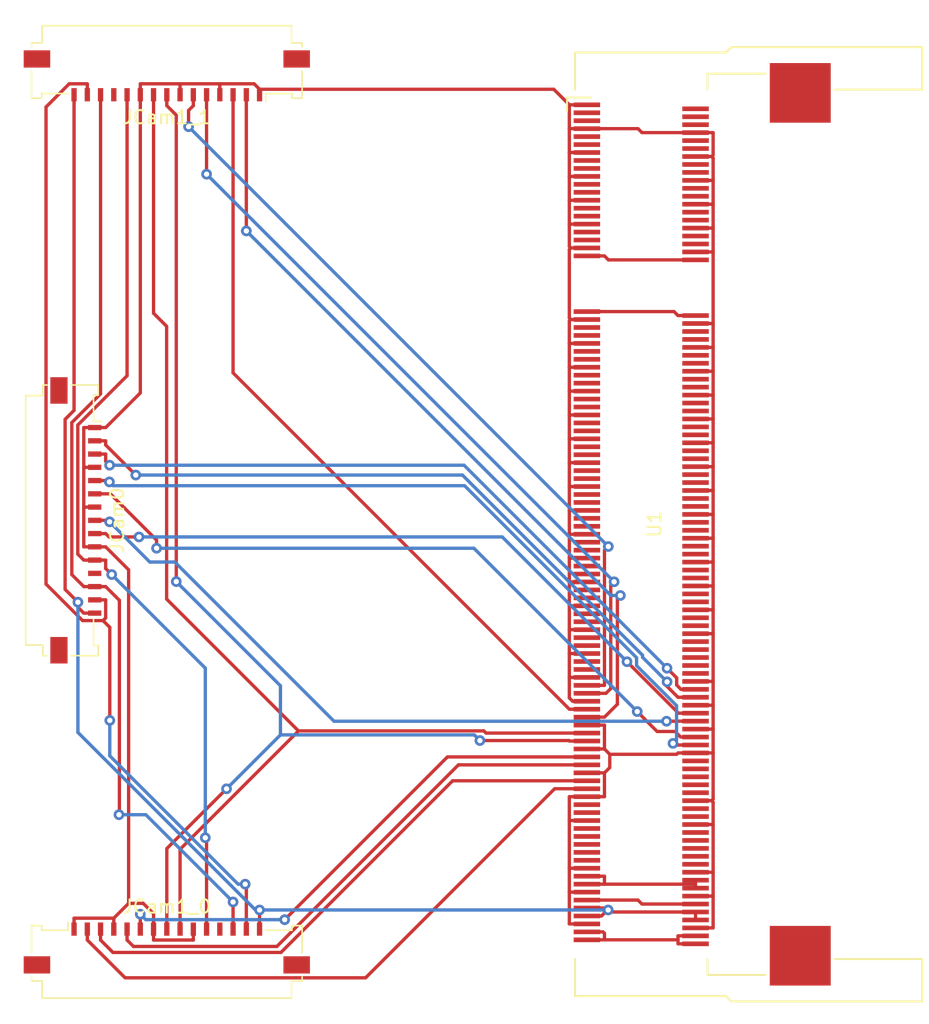
<source format=kicad_pcb>
(kicad_pcb (version 20171130) (host pcbnew 5.1.2-f72e74a~84~ubuntu18.04.1)

  (general
    (thickness 1.6)
    (drawings 0)
    (tracks 465)
    (zones 0)
    (modules 4)
    (nets 135)
  )

  (page A4)
  (layers
    (0 F.Cu signal)
    (31 B.Cu signal)
    (32 B.Adhes user)
    (33 F.Adhes user)
    (34 B.Paste user)
    (35 F.Paste user)
    (36 B.SilkS user)
    (37 F.SilkS user)
    (38 B.Mask user)
    (39 F.Mask user)
    (40 Dwgs.User user)
    (41 Cmts.User user)
    (42 Eco1.User user)
    (43 Eco2.User user)
    (44 Edge.Cuts user)
    (45 Margin user)
    (46 B.CrtYd user)
    (47 F.CrtYd user)
    (48 B.Fab user)
    (49 F.Fab user)
  )

  (setup
    (last_trace_width 0.25)
    (trace_clearance 0.2)
    (zone_clearance 0.508)
    (zone_45_only no)
    (trace_min 0.2)
    (via_size 0.8)
    (via_drill 0.4)
    (via_min_size 0.4)
    (via_min_drill 0.3)
    (uvia_size 0.3)
    (uvia_drill 0.1)
    (uvias_allowed no)
    (uvia_min_size 0.2)
    (uvia_min_drill 0.1)
    (edge_width 0.05)
    (segment_width 0.2)
    (pcb_text_width 0.3)
    (pcb_text_size 1.5 1.5)
    (mod_edge_width 0.12)
    (mod_text_size 1 1)
    (mod_text_width 0.15)
    (pad_size 1.524 1.524)
    (pad_drill 0.762)
    (pad_to_mask_clearance 0.051)
    (solder_mask_min_width 0.25)
    (aux_axis_origin 0 0)
    (visible_elements FFFFFF7F)
    (pcbplotparams
      (layerselection 0x010fc_ffffffff)
      (usegerberextensions false)
      (usegerberattributes false)
      (usegerberadvancedattributes false)
      (creategerberjobfile false)
      (excludeedgelayer true)
      (linewidth 0.100000)
      (plotframeref false)
      (viasonmask false)
      (mode 1)
      (useauxorigin false)
      (hpglpennumber 1)
      (hpglpenspeed 20)
      (hpglpendiameter 15.000000)
      (psnegative false)
      (psa4output false)
      (plotreference true)
      (plotvalue true)
      (plotinvisibletext false)
      (padsonsilk false)
      (subtractmaskfromsilk false)
      (outputformat 1)
      (mirror false)
      (drillshape 1)
      (scaleselection 1)
      (outputdirectory ""))
  )

  (net 0 "")
  (net 1 "Net-(U1-Pad197)")
  (net 2 GND)
  (net 3 +3V3)
  (net 4 "Net-(U1-Pad189)")
  (net 5 "Net-(U1-Pad183)")
  (net 6 "Net-(U1-Pad180)")
  (net 7 "Net-(U1-Pad179)")
  (net 8 "Net-(U1-Pad178)")
  (net 9 "Net-(U1-Pad177)")
  (net 10 "Net-(U1-Pad176)")
  (net 11 "Net-(U1-Pad175)")
  (net 12 "Net-(U1-Pad174)")
  (net 13 "Net-(U1-Pad173)")
  (net 14 "Net-(U1-Pad172)")
  (net 15 "Net-(U1-Pad171)")
  (net 16 "Net-(U1-Pad168)")
  (net 17 "Net-(U1-Pad167)")
  (net 18 "Net-(U1-Pad166)")
  (net 19 "Net-(U1-Pad165)")
  (net 20 "Net-(U1-Pad162)")
  (net 21 "Net-(U1-Pad160)")
  (net 22 "Net-(U1-Pad158)")
  (net 23 "Net-(U1-Pad156)")
  (net 24 "Net-(U1-Pad154)")
  (net 25 "Net-(U1-Pad132)")
  (net 26 "Net-(U1-Pad131)")
  (net 27 "Net-(U1-Pad130)")
  (net 28 "Net-(U1-Pad129)")
  (net 29 "Net-(U1-Pad128)")
  (net 30 "Net-(U1-Pad126)")
  (net 31 "Net-(U1-Pad125)")
  (net 32 "Net-(U1-Pad124)")
  (net 33 "Net-(U1-Pad123)")
  (net 34 "Net-(U1-Pad120)")
  (net 35 "Net-(U1-Pad119)")
  (net 36 "Net-(U1-Pad118)")
  (net 37 "Net-(U1-Pad117)")
  (net 38 "Net-(U1-Pad114)")
  (net 39 "Net-(U1-Pad113)")
  (net 40 "Net-(U1-Pad112)")
  (net 41 "Net-(U1-Pad111)")
  (net 42 "Net-(U1-Pad108)")
  (net 43 "Net-(U1-Pad107)")
  (net 44 "Net-(U1-Pad106)")
  (net 45 "Net-(U1-Pad105)")
  (net 46 "Net-(U1-Pad102)")
  (net 47 "Net-(U1-Pad101)")
  (net 48 "Net-(U1-Pad100)")
  (net 49 "Net-(U1-Pad99)")
  (net 50 "Net-(U1-Pad96)")
  (net 51 "Net-(U1-Pad95)")
  (net 52 "Net-(U1-Pad94)")
  (net 53 "Net-(U1-Pad93)")
  (net 54 "Net-(U1-Pad90)")
  (net 55 "Net-(U1-Pad89)")
  (net 56 "Net-(U1-Pad88)")
  (net 57 "Net-(U1-Pad87)")
  (net 58 "Net-(U1-Pad84)")
  (net 59 "Net-(U1-Pad83)")
  (net 60 "Net-(U1-Pad82)")
  (net 61 "Net-(U1-Pad81)")
  (net 62 "Net-(U1-Pad78)")
  (net 63 "Net-(U1-Pad77)")
  (net 64 "Net-(U1-Pad76)")
  (net 65 "Net-(U1-Pad75)")
  (net 66 "Net-(U1-Pad72)")
  (net 67 "Net-(U1-Pad71)")
  (net 68 "Net-(U1-Pad70)")
  (net 69 "Net-(U1-Pad69)")
  (net 70 "Net-(U1-Pad66)")
  (net 71 "Net-(U1-Pad65)")
  (net 72 "Net-(U1-Pad64)")
  (net 73 "Net-(U1-Pad63)")
  (net 74 "Net-(U1-Pad60)")
  (net 75 "Net-(U1-Pad59)")
  (net 76 "Net-(U1-Pad58)")
  (net 77 "Net-(U1-Pad57)")
  (net 78 "Net-(U1-Pad54)")
  (net 79 "Net-(U1-Pad53)")
  (net 80 "Net-(U1-Pad52)")
  (net 81 "Net-(U1-Pad51)")
  (net 82 "Net-(U1-Pad48)")
  (net 83 "Net-(U1-Pad47)")
  (net 84 "Net-(U1-Pad46)")
  (net 85 "Net-(U1-Pad45)")
  (net 86 "Net-(U1-Pad41)")
  (net 87 "Net-(U1-Pad39)")
  (net 88 "Net-(U1-Pad36)")
  (net 89 "Net-(U1-Pad35)")
  (net 90 "Net-(U1-Pad34)")
  (net 91 "Net-(U1-Pad33)")
  (net 92 "Net-(U1-Pad30)")
  (net 93 "Net-(U1-Pad29)")
  (net 94 "Net-(U1-Pad28)")
  (net 95 "Net-(U1-Pad27)")
  (net 96 "Net-(U1-Pad24)")
  (net 97 "Net-(U1-Pad23)")
  (net 98 "Net-(U1-Pad22)")
  (net 99 "Net-(U1-Pad21)")
  (net 100 "Net-(U1-Pad18)")
  (net 101 "Net-(U1-Pad17)")
  (net 102 "Net-(U1-Pad16)")
  (net 103 "Net-(U1-Pad15)")
  (net 104 "Net-(U1-Pad12)")
  (net 105 "Net-(U1-Pad11)")
  (net 106 "Net-(U1-Pad10)")
  (net 107 "Net-(U1-Pad9)")
  (net 108 "Net-(U1-Pad6)")
  (net 109 "Net-(U1-Pad5)")
  (net 110 "Net-(U1-Pad4)")
  (net 111 "Net-(U1-Pad3)")
  (net 112 "Net-(U1-Pad2)")
  (net 113 "Net-(JCam0-Pad14)")
  (net 114 "Net-(JCam0-Pad13)")
  (net 115 "Net-(JCam0-Pad12)")
  (net 116 "Net-(JCam0-Pad11)")
  (net 117 "Net-(JCam0-Pad9)")
  (net 118 "Net-(JCam0-Pad8)")
  (net 119 "Net-(JCam0-Pad6)")
  (net 120 "Net-(JCam0-Pad5)")
  (net 121 "Net-(JCam0-Pad3)")
  (net 122 "Net-(JCam0-Pad2)")
  (net 123 "Net-(JCam1_0-Pad12)")
  (net 124 "Net-(JCam1_0-Pad9)")
  (net 125 "Net-(JCam1_0-Pad8)")
  (net 126 "Net-(JCam1_0-Pad6)")
  (net 127 "Net-(JCam1_0-Pad5)")
  (net 128 "Net-(JCam1_0-Pad3)")
  (net 129 "Net-(JCam1_0-Pad2)")
  (net 130 "Net-(JCam1_1-Pad12)")
  (net 131 "Net-(JCam1_1-Pad6)")
  (net 132 "Net-(JCam1_1-Pad5)")
  (net 133 "Net-(JCam1_1-Pad3)")
  (net 134 "Net-(JCam1_1-Pad2)")

  (net_class Default "This is the default net class."
    (clearance 0.2)
    (trace_width 0.25)
    (via_dia 0.8)
    (via_drill 0.4)
    (uvia_dia 0.3)
    (uvia_drill 0.1)
    (add_net +3V3)
    (add_net GND)
    (add_net "Net-(JCam0-Pad11)")
    (add_net "Net-(JCam0-Pad12)")
    (add_net "Net-(JCam0-Pad13)")
    (add_net "Net-(JCam0-Pad14)")
    (add_net "Net-(JCam0-Pad2)")
    (add_net "Net-(JCam0-Pad3)")
    (add_net "Net-(JCam0-Pad5)")
    (add_net "Net-(JCam0-Pad6)")
    (add_net "Net-(JCam0-Pad8)")
    (add_net "Net-(JCam0-Pad9)")
    (add_net "Net-(JCam1_0-Pad12)")
    (add_net "Net-(JCam1_0-Pad2)")
    (add_net "Net-(JCam1_0-Pad3)")
    (add_net "Net-(JCam1_0-Pad5)")
    (add_net "Net-(JCam1_0-Pad6)")
    (add_net "Net-(JCam1_0-Pad8)")
    (add_net "Net-(JCam1_0-Pad9)")
    (add_net "Net-(JCam1_1-Pad12)")
    (add_net "Net-(JCam1_1-Pad2)")
    (add_net "Net-(JCam1_1-Pad3)")
    (add_net "Net-(JCam1_1-Pad5)")
    (add_net "Net-(JCam1_1-Pad6)")
    (add_net "Net-(U1-Pad10)")
    (add_net "Net-(U1-Pad100)")
    (add_net "Net-(U1-Pad101)")
    (add_net "Net-(U1-Pad102)")
    (add_net "Net-(U1-Pad105)")
    (add_net "Net-(U1-Pad106)")
    (add_net "Net-(U1-Pad107)")
    (add_net "Net-(U1-Pad108)")
    (add_net "Net-(U1-Pad11)")
    (add_net "Net-(U1-Pad111)")
    (add_net "Net-(U1-Pad112)")
    (add_net "Net-(U1-Pad113)")
    (add_net "Net-(U1-Pad114)")
    (add_net "Net-(U1-Pad117)")
    (add_net "Net-(U1-Pad118)")
    (add_net "Net-(U1-Pad119)")
    (add_net "Net-(U1-Pad12)")
    (add_net "Net-(U1-Pad120)")
    (add_net "Net-(U1-Pad123)")
    (add_net "Net-(U1-Pad124)")
    (add_net "Net-(U1-Pad125)")
    (add_net "Net-(U1-Pad126)")
    (add_net "Net-(U1-Pad128)")
    (add_net "Net-(U1-Pad129)")
    (add_net "Net-(U1-Pad130)")
    (add_net "Net-(U1-Pad131)")
    (add_net "Net-(U1-Pad132)")
    (add_net "Net-(U1-Pad15)")
    (add_net "Net-(U1-Pad154)")
    (add_net "Net-(U1-Pad156)")
    (add_net "Net-(U1-Pad158)")
    (add_net "Net-(U1-Pad16)")
    (add_net "Net-(U1-Pad160)")
    (add_net "Net-(U1-Pad162)")
    (add_net "Net-(U1-Pad165)")
    (add_net "Net-(U1-Pad166)")
    (add_net "Net-(U1-Pad167)")
    (add_net "Net-(U1-Pad168)")
    (add_net "Net-(U1-Pad17)")
    (add_net "Net-(U1-Pad171)")
    (add_net "Net-(U1-Pad172)")
    (add_net "Net-(U1-Pad173)")
    (add_net "Net-(U1-Pad174)")
    (add_net "Net-(U1-Pad175)")
    (add_net "Net-(U1-Pad176)")
    (add_net "Net-(U1-Pad177)")
    (add_net "Net-(U1-Pad178)")
    (add_net "Net-(U1-Pad179)")
    (add_net "Net-(U1-Pad18)")
    (add_net "Net-(U1-Pad180)")
    (add_net "Net-(U1-Pad183)")
    (add_net "Net-(U1-Pad189)")
    (add_net "Net-(U1-Pad197)")
    (add_net "Net-(U1-Pad2)")
    (add_net "Net-(U1-Pad21)")
    (add_net "Net-(U1-Pad22)")
    (add_net "Net-(U1-Pad23)")
    (add_net "Net-(U1-Pad24)")
    (add_net "Net-(U1-Pad27)")
    (add_net "Net-(U1-Pad28)")
    (add_net "Net-(U1-Pad29)")
    (add_net "Net-(U1-Pad3)")
    (add_net "Net-(U1-Pad30)")
    (add_net "Net-(U1-Pad33)")
    (add_net "Net-(U1-Pad34)")
    (add_net "Net-(U1-Pad35)")
    (add_net "Net-(U1-Pad36)")
    (add_net "Net-(U1-Pad39)")
    (add_net "Net-(U1-Pad4)")
    (add_net "Net-(U1-Pad41)")
    (add_net "Net-(U1-Pad45)")
    (add_net "Net-(U1-Pad46)")
    (add_net "Net-(U1-Pad47)")
    (add_net "Net-(U1-Pad48)")
    (add_net "Net-(U1-Pad5)")
    (add_net "Net-(U1-Pad51)")
    (add_net "Net-(U1-Pad52)")
    (add_net "Net-(U1-Pad53)")
    (add_net "Net-(U1-Pad54)")
    (add_net "Net-(U1-Pad57)")
    (add_net "Net-(U1-Pad58)")
    (add_net "Net-(U1-Pad59)")
    (add_net "Net-(U1-Pad6)")
    (add_net "Net-(U1-Pad60)")
    (add_net "Net-(U1-Pad63)")
    (add_net "Net-(U1-Pad64)")
    (add_net "Net-(U1-Pad65)")
    (add_net "Net-(U1-Pad66)")
    (add_net "Net-(U1-Pad69)")
    (add_net "Net-(U1-Pad70)")
    (add_net "Net-(U1-Pad71)")
    (add_net "Net-(U1-Pad72)")
    (add_net "Net-(U1-Pad75)")
    (add_net "Net-(U1-Pad76)")
    (add_net "Net-(U1-Pad77)")
    (add_net "Net-(U1-Pad78)")
    (add_net "Net-(U1-Pad81)")
    (add_net "Net-(U1-Pad82)")
    (add_net "Net-(U1-Pad83)")
    (add_net "Net-(U1-Pad84)")
    (add_net "Net-(U1-Pad87)")
    (add_net "Net-(U1-Pad88)")
    (add_net "Net-(U1-Pad89)")
    (add_net "Net-(U1-Pad9)")
    (add_net "Net-(U1-Pad90)")
    (add_net "Net-(U1-Pad93)")
    (add_net "Net-(U1-Pad94)")
    (add_net "Net-(U1-Pad95)")
    (add_net "Net-(U1-Pad96)")
    (add_net "Net-(U1-Pad99)")
  )

  (module _myLib:TE_DDR2-SODIMM-200_1473149-x_Vertical (layer F.Cu) (tedit 5C0FA5FC) (tstamp 5CC8A1C9)
    (at 70.88 95.55)
    (descr http://www.te.com/commerce/DocumentDelivery/DDEController?Action=showdoc&DocId=Customer+Drawing%7F1473149%7FK3%7Fpdf%7FEnglish%7FENG_CD_1473149_K3.pdf%7F1473149-4)
    (tags "SODIMM DDR2 200pin 1.8V TE Connectivity 1473149-4")
    (path /5CC73974)
    (attr smd)
    (fp_text reference U1 (at -3.6 0 90) (layer F.SilkS)
      (effects (font (size 1 1) (thickness 0.15)))
    )
    (fp_text value RaspberryPi-CM3+ (at -5.6 0 90) (layer F.Fab)
      (effects (font (size 1 1) (thickness 0.15)))
    )
    (fp_line (start 10.2 -29.8) (end 4.6 -29.8) (layer F.CrtYd) (width 0.05))
    (fp_line (start 10.2 29.8) (end 4.6 29.8) (layer F.CrtYd) (width 0.05))
    (fp_line (start 4.6 29.8) (end 4.6 33.5) (layer F.CrtYd) (width 0.05))
    (fp_line (start 4.6 -29.8) (end 4.6 -33.5) (layer F.CrtYd) (width 0.05))
    (fp_line (start 10.2 29.8) (end 10.2 32.3) (layer F.CrtYd) (width 0.05))
    (fp_line (start 10.2 -29.8) (end 10.2 -32.3) (layer F.CrtYd) (width 0.05))
    (fp_line (start 4.6 -33.5) (end 0.9 -33.5) (layer F.CrtYd) (width 0.05))
    (fp_line (start 4.6 33.5) (end 0.9 33.5) (layer F.CrtYd) (width 0.05))
    (fp_line (start 0.9 -33.5) (end 0.9 33.5) (layer F.CrtYd) (width 0.05))
    (fp_line (start 17.1 32.3) (end 10.2 32.3) (layer F.CrtYd) (width 0.05))
    (fp_line (start 17.1 -32.3) (end 10.2 -32.3) (layer F.CrtYd) (width 0.05))
    (fp_line (start 17.1 -32.3) (end 17.1 -36.5) (layer F.CrtYd) (width 0.05))
    (fp_line (start 17.1 32.3) (end 17.1 36.5) (layer F.CrtYd) (width 0.05))
    (fp_line (start -9.6 -35) (end -9.1 -35.5) (layer F.Fab) (width 0.1))
    (fp_text user "ENTRY SIDE" (at 1.524 0 90) (layer Cmts.User)
      (effects (font (size 0.6 0.6) (thickness 0.06)))
    )
    (fp_line (start -9.6 -35.5) (end -2.6 -35.5) (layer F.Fab) (width 0.1))
    (fp_line (start -9.6 -32.8) (end -8.3 -32.8) (layer F.Fab) (width 0.1))
    (fp_line (start -9.6 -35.5) (end -9.6 -32.8) (layer F.Fab) (width 0.1))
    (fp_line (start -8.3 32.8) (end -8.3 -32.8) (layer F.Fab) (width 0.1))
    (fp_line (start -9.6 32.8) (end -8.3 32.8) (layer F.Fab) (width 0.1))
    (fp_line (start -9.6 35.5) (end -9.6 32.8) (layer F.Fab) (width 0.1))
    (fp_line (start -2.6 35.5) (end -9.6 35.5) (layer F.Fab) (width 0.1))
    (fp_line (start -2.6 -35.5) (end -2.6 35.5) (layer F.Fab) (width 0.1))
    (fp_line (start -0.9 35.5) (end -2.6 35.5) (layer F.Fab) (width 0.1))
    (fp_line (start -0.9 -35.5) (end -2.6 -35.5) (layer F.Fab) (width 0.1))
    (fp_line (start 0.4 -32.8) (end 0.4 -34.1) (layer F.Fab) (width 0.1))
    (fp_line (start -0.9 -32.8) (end 0.4 -32.8) (layer F.Fab) (width 0.1))
    (fp_line (start 0.4 32.8) (end -0.9 32.8) (layer F.Fab) (width 0.1))
    (fp_line (start 0.4 34.1) (end 0.4 32.8) (layer F.Fab) (width 0.1))
    (fp_line (start 9.4 32.8) (end 16.6 32.8) (layer F.Fab) (width 0.1))
    (fp_line (start 9.4 30.6) (end 9.4 32.8) (layer F.Fab) (width 0.1))
    (fp_line (start 5.4 30.6) (end 9.4 30.6) (layer F.Fab) (width 0.1))
    (fp_line (start 5.4 34.1) (end 5.4 30.6) (layer F.Fab) (width 0.1))
    (fp_line (start 0.4 34.1) (end 5.4 34.1) (layer F.Fab) (width 0.1))
    (fp_line (start 9.4 -32.8) (end 16.6 -32.8) (layer F.Fab) (width 0.1))
    (fp_line (start 9.4 -30.6) (end 9.4 -32.8) (layer F.Fab) (width 0.1))
    (fp_line (start 5.4 -30.6) (end 9.4 -30.6) (layer F.Fab) (width 0.1))
    (fp_line (start 5.4 -34.1) (end 5.4 -30.6) (layer F.Fab) (width 0.1))
    (fp_line (start 0.4 -34.1) (end 5.4 -34.1) (layer F.Fab) (width 0.1))
    (fp_line (start 1.2 -34.9) (end -0.9 -34.9) (layer F.Fab) (width 0.1))
    (fp_line (start 1.2 -34.9) (end 2.2 -35.9) (layer F.Fab) (width 0.1))
    (fp_line (start -0.9 34.9) (end 1.2 34.9) (layer F.Fab) (width 0.1))
    (fp_line (start 1.2 34.9) (end 2.2 35.9) (layer F.Fab) (width 0.1))
    (fp_line (start 16.6 36) (end 16.6 32.8) (layer F.Fab) (width 0.1))
    (fp_line (start 16.6 -32.8) (end 16.6 -36) (layer F.Fab) (width 0.1))
    (fp_line (start 2.2 -35.9) (end 16.6 -35.9) (layer F.Fab) (width 0.1))
    (fp_line (start 16.6 35.9) (end 2.2 35.9) (layer F.Fab) (width 0.1))
    (fp_line (start -0.9 -35.5) (end -0.9 -34.9) (layer F.Fab) (width 0.1))
    (fp_line (start -0.9 -32.8) (end -0.9 32.8) (layer F.Fab) (width 0.1))
    (fp_line (start -0.9 34.9) (end -0.9 35.5) (layer F.Fab) (width 0.1))
    (fp_line (start 2.2 -36.5) (end 1.8 -36.1) (layer F.CrtYd) (width 0.05))
    (fp_line (start 17.1 -36.5) (end 2.2 -36.5) (layer F.CrtYd) (width 0.05))
    (fp_line (start 2.2 36.5) (end 17.1 36.5) (layer F.CrtYd) (width 0.05))
    (fp_line (start 1.8 36.1) (end 2.2 36.5) (layer F.CrtYd) (width 0.05))
    (fp_line (start -10.2 36.1) (end 1.8 36.1) (layer F.CrtYd) (width 0.05))
    (fp_line (start -10.2 -36.1) (end 1.8 -36.1) (layer F.CrtYd) (width 0.05))
    (fp_line (start -10.2 -36.1) (end -10.2 36.1) (layer F.CrtYd) (width 0.05))
    (fp_line (start -10.2 -32.2) (end -8.4 -32.2) (layer F.SilkS) (width 0.15))
    (fp_line (start -10.2 -31.2) (end -10.2 -32.2) (layer F.SilkS) (width 0.15))
    (fp_line (start 16.6 -36) (end 16.6 -32.8) (layer F.SilkS) (width 0.15))
    (fp_line (start 2.2 -36) (end 16.6 -36) (layer F.SilkS) (width 0.15))
    (fp_line (start 1.8 -35.6) (end 2.2 -36) (layer F.SilkS) (width 0.15))
    (fp_line (start -9.6 -35.6) (end 1.8 -35.6) (layer F.SilkS) (width 0.15))
    (fp_line (start -9.6 -32.8) (end -9.6 -35.6) (layer F.SilkS) (width 0.15))
    (fp_line (start 16.6 36) (end 16.6 32.8) (layer F.SilkS) (width 0.15))
    (fp_line (start 2.2 36) (end 16.6 36) (layer F.SilkS) (width 0.15))
    (fp_line (start 1.8 35.6) (end 2.2 36) (layer F.SilkS) (width 0.15))
    (fp_line (start -9.6 35.6) (end 1.8 35.6) (layer F.SilkS) (width 0.15))
    (fp_line (start -9.6 32.8) (end -9.6 35.6) (layer F.SilkS) (width 0.15))
    (fp_line (start 0.4 -34) (end 4.8 -34) (layer F.SilkS) (width 0.15))
    (fp_line (start 0.4 -32.8) (end 0.4 -34) (layer F.SilkS) (width 0.15))
    (fp_line (start 10 -32.8) (end 16.6 -32.8) (layer F.SilkS) (width 0.15))
    (fp_line (start 10 32.8) (end 16.6 32.8) (layer F.SilkS) (width 0.15))
    (fp_line (start 0.4 34) (end 0.4 32.8) (layer F.SilkS) (width 0.15))
    (fp_line (start 4.8 34) (end 0.4 34) (layer F.SilkS) (width 0.15))
    (fp_text user %R (at -3.6 0 90) (layer F.Fab)
      (effects (font (size 1 1) (thickness 0.15)))
    )
    (pad 200 smd rect (at -0.500001 31.65) (size 2 0.35) (layers F.Cu F.Paste F.Mask)
      (net 1 "Net-(U1-Pad197)"))
    (pad 199 smd rect (at -8.7 31.35) (size 2 0.35) (layers F.Cu F.Paste F.Mask)
      (net 1 "Net-(U1-Pad197)"))
    (pad 198 smd rect (at -0.500001 31.05) (size 2 0.35) (layers F.Cu F.Paste F.Mask)
      (net 1 "Net-(U1-Pad197)"))
    (pad 197 smd rect (at -8.7 30.75) (size 2 0.35) (layers F.Cu F.Paste F.Mask)
      (net 1 "Net-(U1-Pad197)"))
    (pad 196 smd rect (at -0.500001 30.45) (size 2 0.35) (layers F.Cu F.Paste F.Mask)
      (net 2 GND))
    (pad 195 smd rect (at -8.7 30.15) (size 2 0.35) (layers F.Cu F.Paste F.Mask)
      (net 2 GND))
    (pad 194 smd rect (at -0.500001 29.85) (size 2 0.35) (layers F.Cu F.Paste F.Mask)
      (net 3 +3V3))
    (pad 193 smd rect (at -8.7 29.55) (size 2 0.35) (layers F.Cu F.Paste F.Mask)
      (net 3 +3V3))
    (pad 192 smd rect (at -0.500001 29.25) (size 2 0.35) (layers F.Cu F.Paste F.Mask)
      (net 3 +3V3))
    (pad 191 smd rect (at -8.7 28.95) (size 2 0.35) (layers F.Cu F.Paste F.Mask)
      (net 3 +3V3))
    (pad 190 smd rect (at -0.500001 28.65) (size 2 0.35) (layers F.Cu F.Paste F.Mask)
      (net 4 "Net-(U1-Pad189)"))
    (pad 189 smd rect (at -8.7 28.35) (size 2 0.35) (layers F.Cu F.Paste F.Mask)
      (net 4 "Net-(U1-Pad189)"))
    (pad 188 smd rect (at -0.500001 28.05) (size 2 0.35) (layers F.Cu F.Paste F.Mask)
      (net 2 GND))
    (pad 187 smd rect (at -8.7 27.75) (size 2 0.35) (layers F.Cu F.Paste F.Mask)
      (net 2 GND))
    (pad 186 smd rect (at -0.500001 27.45) (size 2 0.35) (layers F.Cu F.Paste F.Mask)
      (net 5 "Net-(U1-Pad183)"))
    (pad 185 smd rect (at -8.7 27.15) (size 2 0.35) (layers F.Cu F.Paste F.Mask)
      (net 5 "Net-(U1-Pad183)"))
    (pad 184 smd rect (at -0.500001 26.85) (size 2 0.35) (layers F.Cu F.Paste F.Mask)
      (net 5 "Net-(U1-Pad183)"))
    (pad 183 smd rect (at -8.7 26.55) (size 2 0.35) (layers F.Cu F.Paste F.Mask)
      (net 5 "Net-(U1-Pad183)"))
    (pad 182 smd rect (at -0.500001 26.25) (size 2 0.35) (layers F.Cu F.Paste F.Mask)
      (net 2 GND))
    (pad 181 smd rect (at -8.7 25.95) (size 2 0.35) (layers F.Cu F.Paste F.Mask)
      (net 2 GND))
    (pad 180 smd rect (at -0.500001 25.65) (size 2 0.35) (layers F.Cu F.Paste F.Mask)
      (net 6 "Net-(U1-Pad180)"))
    (pad 179 smd rect (at -8.7 25.35) (size 2 0.35) (layers F.Cu F.Paste F.Mask)
      (net 7 "Net-(U1-Pad179)"))
    (pad 178 smd rect (at -0.500001 25.05) (size 2 0.35) (layers F.Cu F.Paste F.Mask)
      (net 8 "Net-(U1-Pad178)"))
    (pad 177 smd rect (at -8.7 24.75) (size 2 0.35) (layers F.Cu F.Paste F.Mask)
      (net 9 "Net-(U1-Pad177)"))
    (pad 176 smd rect (at -0.500001 24.45) (size 2 0.35) (layers F.Cu F.Paste F.Mask)
      (net 10 "Net-(U1-Pad176)"))
    (pad 175 smd rect (at -8.7 24.15) (size 2 0.35) (layers F.Cu F.Paste F.Mask)
      (net 11 "Net-(U1-Pad175)"))
    (pad 174 smd rect (at -0.500001 23.85) (size 2 0.35) (layers F.Cu F.Paste F.Mask)
      (net 12 "Net-(U1-Pad174)"))
    (pad 173 smd rect (at -8.7 23.55) (size 2 0.35) (layers F.Cu F.Paste F.Mask)
      (net 13 "Net-(U1-Pad173)"))
    (pad 172 smd rect (at -0.500001 23.25) (size 2 0.35) (layers F.Cu F.Paste F.Mask)
      (net 14 "Net-(U1-Pad172)"))
    (pad 171 smd rect (at -8.7 22.95) (size 2 0.35) (layers F.Cu F.Paste F.Mask)
      (net 15 "Net-(U1-Pad171)"))
    (pad 170 smd rect (at -0.500001 22.65) (size 2 0.35) (layers F.Cu F.Paste F.Mask)
      (net 2 GND))
    (pad 169 smd rect (at -8.7 22.35) (size 2 0.35) (layers F.Cu F.Paste F.Mask)
      (net 2 GND))
    (pad 168 smd rect (at -0.500001 22.05) (size 2 0.35) (layers F.Cu F.Paste F.Mask)
      (net 16 "Net-(U1-Pad168)"))
    (pad 167 smd rect (at -8.7 21.75) (size 2 0.35) (layers F.Cu F.Paste F.Mask)
      (net 17 "Net-(U1-Pad167)"))
    (pad 166 smd rect (at -0.500001 21.45) (size 2 0.35) (layers F.Cu F.Paste F.Mask)
      (net 18 "Net-(U1-Pad166)"))
    (pad 165 smd rect (at -8.7 21.15) (size 2 0.35) (layers F.Cu F.Paste F.Mask)
      (net 19 "Net-(U1-Pad165)"))
    (pad 164 smd rect (at -0.500001 20.85) (size 2 0.35) (layers F.Cu F.Paste F.Mask)
      (net 2 GND))
    (pad 163 smd rect (at -8.7 20.55) (size 2 0.35) (layers F.Cu F.Paste F.Mask)
      (net 2 GND))
    (pad 162 smd rect (at -0.500001 20.25) (size 2 0.35) (layers F.Cu F.Paste F.Mask)
      (net 20 "Net-(U1-Pad162)"))
    (pad 161 smd rect (at -8.7 19.95) (size 2 0.35) (layers F.Cu F.Paste F.Mask)
      (net 129 "Net-(JCam1_0-Pad2)"))
    (pad 160 smd rect (at -0.500001 19.65) (size 2 0.35) (layers F.Cu F.Paste F.Mask)
      (net 21 "Net-(U1-Pad160)"))
    (pad 159 smd rect (at -8.7 19.35) (size 2 0.35) (layers F.Cu F.Paste F.Mask)
      (net 128 "Net-(JCam1_0-Pad3)"))
    (pad 158 smd rect (at -0.500001 19.05) (size 2 0.35) (layers F.Cu F.Paste F.Mask)
      (net 22 "Net-(U1-Pad158)"))
    (pad 157 smd rect (at -8.7 18.75) (size 2 0.35) (layers F.Cu F.Paste F.Mask)
      (net 2 GND))
    (pad 156 smd rect (at -0.500001 18.45) (size 2 0.35) (layers F.Cu F.Paste F.Mask)
      (net 23 "Net-(U1-Pad156)"))
    (pad 155 smd rect (at -8.7 18.15) (size 2 0.35) (layers F.Cu F.Paste F.Mask)
      (net 127 "Net-(JCam1_0-Pad5)"))
    (pad 154 smd rect (at -0.500001 17.85) (size 2 0.35) (layers F.Cu F.Paste F.Mask)
      (net 24 "Net-(U1-Pad154)"))
    (pad 153 smd rect (at -8.7 17.55) (size 2 0.35) (layers F.Cu F.Paste F.Mask)
      (net 126 "Net-(JCam1_0-Pad6)"))
    (pad 152 smd rect (at -0.500001 17.25) (size 2 0.35) (layers F.Cu F.Paste F.Mask)
      (net 2 GND))
    (pad 151 smd rect (at -8.7 16.95) (size 2 0.35) (layers F.Cu F.Paste F.Mask)
      (net 2 GND))
    (pad 150 smd rect (at -0.500001 16.65) (size 2 0.35) (layers F.Cu F.Paste F.Mask)
      (net 120 "Net-(JCam0-Pad5)"))
    (pad 149 smd rect (at -8.7 16.35) (size 2 0.35) (layers F.Cu F.Paste F.Mask)
      (net 125 "Net-(JCam1_0-Pad8)"))
    (pad 148 smd rect (at -0.500001 16.05) (size 2 0.35) (layers F.Cu F.Paste F.Mask)
      (net 119 "Net-(JCam0-Pad6)"))
    (pad 147 smd rect (at -8.7 15.75) (size 2 0.35) (layers F.Cu F.Paste F.Mask)
      (net 124 "Net-(JCam1_0-Pad9)"))
    (pad 146 smd rect (at -0.500001 15.45) (size 2 0.35) (layers F.Cu F.Paste F.Mask)
      (net 2 GND))
    (pad 145 smd rect (at -8.7 15.15) (size 2 0.35) (layers F.Cu F.Paste F.Mask)
      (net 2 GND))
    (pad 144 smd rect (at -0.500001 14.85) (size 2 0.35) (layers F.Cu F.Paste F.Mask)
      (net 118 "Net-(JCam0-Pad8)"))
    (pad 143 smd rect (at -8.7 14.55) (size 2 0.35) (layers F.Cu F.Paste F.Mask)
      (net 134 "Net-(JCam1_1-Pad2)"))
    (pad 142 smd rect (at -0.500001 14.25) (size 2 0.35) (layers F.Cu F.Paste F.Mask)
      (net 117 "Net-(JCam0-Pad9)"))
    (pad 141 smd rect (at -8.7 13.95) (size 2 0.35) (layers F.Cu F.Paste F.Mask)
      (net 133 "Net-(JCam1_1-Pad3)"))
    (pad 140 smd rect (at -0.500001 13.65) (size 2 0.35) (layers F.Cu F.Paste F.Mask)
      (net 2 GND))
    (pad 139 smd rect (at -8.7 13.35) (size 2 0.35) (layers F.Cu F.Paste F.Mask)
      (net 2 GND))
    (pad 138 smd rect (at -0.500001 13.05) (size 2 0.35) (layers F.Cu F.Paste F.Mask)
      (net 122 "Net-(JCam0-Pad2)"))
    (pad 137 smd rect (at -8.7 12.75) (size 2 0.35) (layers F.Cu F.Paste F.Mask)
      (net 132 "Net-(JCam1_1-Pad5)"))
    (pad 136 smd rect (at -0.500001 12.45) (size 2 0.35) (layers F.Cu F.Paste F.Mask)
      (net 121 "Net-(JCam0-Pad3)"))
    (pad 135 smd rect (at -8.7 12.15) (size 2 0.35) (layers F.Cu F.Paste F.Mask)
      (net 131 "Net-(JCam1_1-Pad6)"))
    (pad 134 smd rect (at -0.500001 11.85) (size 2 0.35) (layers F.Cu F.Paste F.Mask)
      (net 2 GND))
    (pad 133 smd rect (at -8.7 11.55) (size 2 0.35) (layers F.Cu F.Paste F.Mask)
      (net 2 GND))
    (pad 132 smd rect (at -0.500001 11.25) (size 2 0.35) (layers F.Cu F.Paste F.Mask)
      (net 25 "Net-(U1-Pad132)"))
    (pad 131 smd rect (at -8.7 10.95) (size 2 0.35) (layers F.Cu F.Paste F.Mask)
      (net 26 "Net-(U1-Pad131)"))
    (pad 130 smd rect (at -0.500001 10.65) (size 2 0.35) (layers F.Cu F.Paste F.Mask)
      (net 27 "Net-(U1-Pad130)"))
    (pad 129 smd rect (at -8.7 10.35) (size 2 0.35) (layers F.Cu F.Paste F.Mask)
      (net 28 "Net-(U1-Pad129)"))
    (pad 128 smd rect (at -0.500001 10.05) (size 2 0.35) (layers F.Cu F.Paste F.Mask)
      (net 29 "Net-(U1-Pad128)"))
    (pad 127 smd rect (at -8.7 9.75) (size 2 0.35) (layers F.Cu F.Paste F.Mask)
      (net 2 GND))
    (pad 126 smd rect (at -0.500001 9.45) (size 2 0.35) (layers F.Cu F.Paste F.Mask)
      (net 30 "Net-(U1-Pad126)"))
    (pad 125 smd rect (at -8.7 9.15) (size 2 0.35) (layers F.Cu F.Paste F.Mask)
      (net 31 "Net-(U1-Pad125)"))
    (pad 124 smd rect (at -0.500001 8.85) (size 2 0.35) (layers F.Cu F.Paste F.Mask)
      (net 32 "Net-(U1-Pad124)"))
    (pad 123 smd rect (at -8.7 8.55) (size 2 0.35) (layers F.Cu F.Paste F.Mask)
      (net 33 "Net-(U1-Pad123)"))
    (pad 122 smd rect (at -0.500001 8.25) (size 2 0.35) (layers F.Cu F.Paste F.Mask)
      (net 2 GND))
    (pad 121 smd rect (at -8.7 7.95) (size 2 0.35) (layers F.Cu F.Paste F.Mask)
      (net 2 GND))
    (pad 120 smd rect (at -0.500001 7.65) (size 2 0.35) (layers F.Cu F.Paste F.Mask)
      (net 34 "Net-(U1-Pad120)"))
    (pad 119 smd rect (at -8.7 7.35) (size 2 0.35) (layers F.Cu F.Paste F.Mask)
      (net 35 "Net-(U1-Pad119)"))
    (pad 118 smd rect (at -0.500001 7.05) (size 2 0.35) (layers F.Cu F.Paste F.Mask)
      (net 36 "Net-(U1-Pad118)"))
    (pad 117 smd rect (at -8.7 6.75) (size 2 0.35) (layers F.Cu F.Paste F.Mask)
      (net 37 "Net-(U1-Pad117)"))
    (pad 116 smd rect (at -0.500001 6.45) (size 2 0.35) (layers F.Cu F.Paste F.Mask)
      (net 2 GND))
    (pad 115 smd rect (at -8.7 6.15) (size 2 0.35) (layers F.Cu F.Paste F.Mask)
      (net 2 GND))
    (pad 114 smd rect (at -0.500001 5.85) (size 2 0.35) (layers F.Cu F.Paste F.Mask)
      (net 38 "Net-(U1-Pad114)"))
    (pad 113 smd rect (at -8.7 5.55) (size 2 0.35) (layers F.Cu F.Paste F.Mask)
      (net 39 "Net-(U1-Pad113)"))
    (pad 112 smd rect (at -0.500001 5.25) (size 2 0.35) (layers F.Cu F.Paste F.Mask)
      (net 40 "Net-(U1-Pad112)"))
    (pad 111 smd rect (at -8.7 4.95) (size 2 0.35) (layers F.Cu F.Paste F.Mask)
      (net 41 "Net-(U1-Pad111)"))
    (pad 110 smd rect (at -0.500001 4.65) (size 2 0.35) (layers F.Cu F.Paste F.Mask)
      (net 2 GND))
    (pad 109 smd rect (at -8.7 4.35) (size 2 0.35) (layers F.Cu F.Paste F.Mask)
      (net 2 GND))
    (pad 108 smd rect (at -0.500001 4.05) (size 2 0.35) (layers F.Cu F.Paste F.Mask)
      (net 42 "Net-(U1-Pad108)"))
    (pad 107 smd rect (at -8.7 3.75) (size 2 0.35) (layers F.Cu F.Paste F.Mask)
      (net 43 "Net-(U1-Pad107)"))
    (pad 106 smd rect (at -0.500001 3.45) (size 2 0.35) (layers F.Cu F.Paste F.Mask)
      (net 44 "Net-(U1-Pad106)"))
    (pad 105 smd rect (at -8.7 3.15) (size 2 0.35) (layers F.Cu F.Paste F.Mask)
      (net 45 "Net-(U1-Pad105)"))
    (pad 104 smd rect (at -0.500001 2.85) (size 2 0.35) (layers F.Cu F.Paste F.Mask)
      (net 2 GND))
    (pad 103 smd rect (at -8.7 2.55) (size 2 0.35) (layers F.Cu F.Paste F.Mask)
      (net 2 GND))
    (pad 102 smd rect (at -0.500001 2.25) (size 2 0.35) (layers F.Cu F.Paste F.Mask)
      (net 46 "Net-(U1-Pad102)"))
    (pad 101 smd rect (at -8.7 1.95) (size 2 0.35) (layers F.Cu F.Paste F.Mask)
      (net 47 "Net-(U1-Pad101)"))
    (pad 100 smd rect (at -0.500001 1.65) (size 2 0.35) (layers F.Cu F.Paste F.Mask)
      (net 48 "Net-(U1-Pad100)"))
    (pad 99 smd rect (at -8.7 1.35) (size 2 0.35) (layers F.Cu F.Paste F.Mask)
      (net 49 "Net-(U1-Pad99)"))
    (pad 98 smd rect (at -0.500001 1.05) (size 2 0.35) (layers F.Cu F.Paste F.Mask)
      (net 2 GND))
    (pad 97 smd rect (at -8.7 0.75) (size 2 0.35) (layers F.Cu F.Paste F.Mask)
      (net 2 GND))
    (pad 96 smd rect (at -0.500001 0.45) (size 2 0.35) (layers F.Cu F.Paste F.Mask)
      (net 50 "Net-(U1-Pad96)"))
    (pad 95 smd rect (at -8.7 0.15) (size 2 0.35) (layers F.Cu F.Paste F.Mask)
      (net 51 "Net-(U1-Pad95)"))
    (pad 94 smd rect (at -0.500001 -0.15) (size 2 0.35) (layers F.Cu F.Paste F.Mask)
      (net 52 "Net-(U1-Pad94)"))
    (pad 93 smd rect (at -8.7 -0.45) (size 2 0.35) (layers F.Cu F.Paste F.Mask)
      (net 53 "Net-(U1-Pad93)"))
    (pad 92 smd rect (at -0.500001 -0.75) (size 2 0.35) (layers F.Cu F.Paste F.Mask)
      (net 2 GND))
    (pad 91 smd rect (at -8.7 -1.05) (size 2 0.35) (layers F.Cu F.Paste F.Mask)
      (net 2 GND))
    (pad 90 smd rect (at -0.500001 -1.35) (size 2 0.35) (layers F.Cu F.Paste F.Mask)
      (net 54 "Net-(U1-Pad90)"))
    (pad 89 smd rect (at -8.7 -1.65) (size 2 0.35) (layers F.Cu F.Paste F.Mask)
      (net 55 "Net-(U1-Pad89)"))
    (pad 88 smd rect (at -0.500001 -1.95) (size 2 0.35) (layers F.Cu F.Paste F.Mask)
      (net 56 "Net-(U1-Pad88)"))
    (pad 87 smd rect (at -8.7 -2.25) (size 2 0.35) (layers F.Cu F.Paste F.Mask)
      (net 57 "Net-(U1-Pad87)"))
    (pad 86 smd rect (at -0.500001 -2.55) (size 2 0.35) (layers F.Cu F.Paste F.Mask)
      (net 2 GND))
    (pad 85 smd rect (at -8.7 -2.85) (size 2 0.35) (layers F.Cu F.Paste F.Mask)
      (net 2 GND))
    (pad 84 smd rect (at -0.500001 -3.15) (size 2 0.35) (layers F.Cu F.Paste F.Mask)
      (net 58 "Net-(U1-Pad84)"))
    (pad 83 smd rect (at -8.7 -3.45) (size 2 0.35) (layers F.Cu F.Paste F.Mask)
      (net 59 "Net-(U1-Pad83)"))
    (pad 82 smd rect (at -0.500001 -3.75) (size 2 0.35) (layers F.Cu F.Paste F.Mask)
      (net 60 "Net-(U1-Pad82)"))
    (pad 81 smd rect (at -8.7 -4.05) (size 2 0.35) (layers F.Cu F.Paste F.Mask)
      (net 61 "Net-(U1-Pad81)"))
    (pad 80 smd rect (at -0.500001 -4.35) (size 2 0.35) (layers F.Cu F.Paste F.Mask)
      (net 2 GND))
    (pad 79 smd rect (at -8.7 -4.65) (size 2 0.35) (layers F.Cu F.Paste F.Mask)
      (net 2 GND))
    (pad 78 smd rect (at -0.500001 -4.95) (size 2 0.35) (layers F.Cu F.Paste F.Mask)
      (net 62 "Net-(U1-Pad78)"))
    (pad 77 smd rect (at -8.7 -5.25) (size 2 0.35) (layers F.Cu F.Paste F.Mask)
      (net 63 "Net-(U1-Pad77)"))
    (pad 76 smd rect (at -0.500001 -5.55) (size 2 0.35) (layers F.Cu F.Paste F.Mask)
      (net 64 "Net-(U1-Pad76)"))
    (pad 75 smd rect (at -8.7 -5.85) (size 2 0.35) (layers F.Cu F.Paste F.Mask)
      (net 65 "Net-(U1-Pad75)"))
    (pad 74 smd rect (at -0.500001 -6.15) (size 2 0.35) (layers F.Cu F.Paste F.Mask)
      (net 2 GND))
    (pad 73 smd rect (at -8.7 -6.45) (size 2 0.35) (layers F.Cu F.Paste F.Mask)
      (net 2 GND))
    (pad 72 smd rect (at -0.500001 -6.75) (size 2 0.35) (layers F.Cu F.Paste F.Mask)
      (net 66 "Net-(U1-Pad72)"))
    (pad 71 smd rect (at -8.7 -7.05) (size 2 0.35) (layers F.Cu F.Paste F.Mask)
      (net 67 "Net-(U1-Pad71)"))
    (pad 70 smd rect (at -0.500001 -7.35) (size 2 0.35) (layers F.Cu F.Paste F.Mask)
      (net 68 "Net-(U1-Pad70)"))
    (pad 69 smd rect (at -8.7 -7.65) (size 2 0.35) (layers F.Cu F.Paste F.Mask)
      (net 69 "Net-(U1-Pad69)"))
    (pad 68 smd rect (at -0.500001 -7.95) (size 2 0.35) (layers F.Cu F.Paste F.Mask)
      (net 2 GND))
    (pad 67 smd rect (at -8.7 -8.25) (size 2 0.35) (layers F.Cu F.Paste F.Mask)
      (net 2 GND))
    (pad 66 smd rect (at -0.500001 -8.55) (size 2 0.35) (layers F.Cu F.Paste F.Mask)
      (net 70 "Net-(U1-Pad66)"))
    (pad 65 smd rect (at -8.7 -8.85) (size 2 0.35) (layers F.Cu F.Paste F.Mask)
      (net 71 "Net-(U1-Pad65)"))
    (pad 64 smd rect (at -0.500001 -9.15) (size 2 0.35) (layers F.Cu F.Paste F.Mask)
      (net 72 "Net-(U1-Pad64)"))
    (pad 63 smd rect (at -8.7 -9.45) (size 2 0.35) (layers F.Cu F.Paste F.Mask)
      (net 73 "Net-(U1-Pad63)"))
    (pad 62 smd rect (at -0.500001 -9.75) (size 2 0.35) (layers F.Cu F.Paste F.Mask)
      (net 2 GND))
    (pad 61 smd rect (at -8.7 -10.05) (size 2 0.35) (layers F.Cu F.Paste F.Mask)
      (net 2 GND))
    (pad 60 smd rect (at -0.500001 -10.35) (size 2 0.35) (layers F.Cu F.Paste F.Mask)
      (net 74 "Net-(U1-Pad60)"))
    (pad 59 smd rect (at -8.7 -10.65) (size 2 0.35) (layers F.Cu F.Paste F.Mask)
      (net 75 "Net-(U1-Pad59)"))
    (pad 58 smd rect (at -0.500001 -10.95) (size 2 0.35) (layers F.Cu F.Paste F.Mask)
      (net 76 "Net-(U1-Pad58)"))
    (pad 57 smd rect (at -8.7 -11.25) (size 2 0.35) (layers F.Cu F.Paste F.Mask)
      (net 77 "Net-(U1-Pad57)"))
    (pad 56 smd rect (at -0.500001 -11.55) (size 2 0.35) (layers F.Cu F.Paste F.Mask)
      (net 2 GND))
    (pad 55 smd rect (at -8.7 -11.85) (size 2 0.35) (layers F.Cu F.Paste F.Mask)
      (net 2 GND))
    (pad 54 smd rect (at -0.500001 -12.15) (size 2 0.35) (layers F.Cu F.Paste F.Mask)
      (net 78 "Net-(U1-Pad54)"))
    (pad 53 smd rect (at -8.7 -12.45) (size 2 0.35) (layers F.Cu F.Paste F.Mask)
      (net 79 "Net-(U1-Pad53)"))
    (pad 52 smd rect (at -0.500001 -12.75) (size 2 0.35) (layers F.Cu F.Paste F.Mask)
      (net 80 "Net-(U1-Pad52)"))
    (pad 51 smd rect (at -8.7 -13.05) (size 2 0.35) (layers F.Cu F.Paste F.Mask)
      (net 81 "Net-(U1-Pad51)"))
    (pad 50 smd rect (at -0.500001 -13.35) (size 2 0.35) (layers F.Cu F.Paste F.Mask)
      (net 2 GND))
    (pad 49 smd rect (at -8.7 -13.65) (size 2 0.35) (layers F.Cu F.Paste F.Mask)
      (net 2 GND))
    (pad 48 smd rect (at -0.500001 -13.95) (size 2 0.35) (layers F.Cu F.Paste F.Mask)
      (net 82 "Net-(U1-Pad48)"))
    (pad 47 smd rect (at -8.7 -14.25) (size 2 0.35) (layers F.Cu F.Paste F.Mask)
      (net 83 "Net-(U1-Pad47)"))
    (pad 46 smd rect (at -0.500001 -14.55) (size 2 0.35) (layers F.Cu F.Paste F.Mask)
      (net 84 "Net-(U1-Pad46)"))
    (pad 45 smd rect (at -8.7 -14.85) (size 2 0.35) (layers F.Cu F.Paste F.Mask)
      (net 85 "Net-(U1-Pad45)"))
    (pad 44 smd rect (at -0.500001 -15.15) (size 2 0.35) (layers F.Cu F.Paste F.Mask)
      (net 2 GND))
    (pad 43 smd rect (at -8.7 -15.45) (size 2 0.35) (layers F.Cu F.Paste F.Mask)
      (net 2 GND))
    (pad 42 smd rect (at -0.500001 -15.75) (size 2 0.35) (layers F.Cu F.Paste F.Mask)
      (net 86 "Net-(U1-Pad41)"))
    (pad 40 smd rect (at -0.500001 -19.95) (size 2 0.35) (layers F.Cu F.Paste F.Mask)
      (net 87 "Net-(U1-Pad39)"))
    (pad 39 smd rect (at -8.7 -20.25) (size 2 0.35) (layers F.Cu F.Paste F.Mask)
      (net 87 "Net-(U1-Pad39)"))
    (pad 38 smd rect (at -0.500001 -20.55) (size 2 0.35) (layers F.Cu F.Paste F.Mask)
      (net 2 GND))
    (pad 37 smd rect (at -8.7 -20.85) (size 2 0.35) (layers F.Cu F.Paste F.Mask)
      (net 2 GND))
    (pad 36 smd rect (at -0.500001 -21.15) (size 2 0.35) (layers F.Cu F.Paste F.Mask)
      (net 88 "Net-(U1-Pad36)"))
    (pad 35 smd rect (at -8.7 -21.45) (size 2 0.35) (layers F.Cu F.Paste F.Mask)
      (net 89 "Net-(U1-Pad35)"))
    (pad 34 smd rect (at -0.500001 -21.75) (size 2 0.35) (layers F.Cu F.Paste F.Mask)
      (net 90 "Net-(U1-Pad34)"))
    (pad 33 smd rect (at -8.7 -22.05) (size 2 0.35) (layers F.Cu F.Paste F.Mask)
      (net 91 "Net-(U1-Pad33)"))
    (pad 32 smd rect (at -0.500001 -22.35) (size 2 0.35) (layers F.Cu F.Paste F.Mask)
      (net 2 GND))
    (pad 31 smd rect (at -8.7 -22.65) (size 2 0.35) (layers F.Cu F.Paste F.Mask)
      (net 2 GND))
    (pad 30 smd rect (at -0.500001 -22.95) (size 2 0.35) (layers F.Cu F.Paste F.Mask)
      (net 92 "Net-(U1-Pad30)"))
    (pad 29 smd rect (at -8.7 -23.25) (size 2 0.35) (layers F.Cu F.Paste F.Mask)
      (net 93 "Net-(U1-Pad29)"))
    (pad 28 smd rect (at -0.500001 -23.55) (size 2 0.35) (layers F.Cu F.Paste F.Mask)
      (net 94 "Net-(U1-Pad28)"))
    (pad 27 smd rect (at -8.7 -23.85) (size 2 0.35) (layers F.Cu F.Paste F.Mask)
      (net 95 "Net-(U1-Pad27)"))
    (pad 26 smd rect (at -0.500001 -24.15) (size 2 0.35) (layers F.Cu F.Paste F.Mask)
      (net 2 GND))
    (pad 25 smd rect (at -8.7 -24.45) (size 2 0.35) (layers F.Cu F.Paste F.Mask)
      (net 2 GND))
    (pad 24 smd rect (at -0.500001 -24.75) (size 2 0.35) (layers F.Cu F.Paste F.Mask)
      (net 96 "Net-(U1-Pad24)"))
    (pad 23 smd rect (at -8.7 -25.05) (size 2 0.35) (layers F.Cu F.Paste F.Mask)
      (net 97 "Net-(U1-Pad23)"))
    (pad 22 smd rect (at -0.500001 -25.35) (size 2 0.35) (layers F.Cu F.Paste F.Mask)
      (net 98 "Net-(U1-Pad22)"))
    (pad 21 smd rect (at -8.7 -25.65) (size 2 0.35) (layers F.Cu F.Paste F.Mask)
      (net 99 "Net-(U1-Pad21)"))
    (pad 20 smd rect (at -0.500001 -25.95) (size 2 0.35) (layers F.Cu F.Paste F.Mask)
      (net 2 GND))
    (pad 19 smd rect (at -8.7 -26.25) (size 2 0.35) (layers F.Cu F.Paste F.Mask)
      (net 2 GND))
    (pad 18 smd rect (at -0.500001 -26.55) (size 2 0.35) (layers F.Cu F.Paste F.Mask)
      (net 100 "Net-(U1-Pad18)"))
    (pad 17 smd rect (at -8.7 -26.85) (size 2 0.35) (layers F.Cu F.Paste F.Mask)
      (net 101 "Net-(U1-Pad17)"))
    (pad 16 smd rect (at -0.500001 -27.15) (size 2 0.35) (layers F.Cu F.Paste F.Mask)
      (net 102 "Net-(U1-Pad16)"))
    (pad 15 smd rect (at -8.7 -27.45) (size 2 0.35) (layers F.Cu F.Paste F.Mask)
      (net 103 "Net-(U1-Pad15)"))
    (pad 14 smd rect (at -0.500001 -27.75) (size 2 0.35) (layers F.Cu F.Paste F.Mask)
      (net 2 GND))
    (pad 13 smd rect (at -8.7 -28.05) (size 2 0.35) (layers F.Cu F.Paste F.Mask)
      (net 2 GND))
    (pad 12 smd rect (at -0.500001 -28.35) (size 2 0.35) (layers F.Cu F.Paste F.Mask)
      (net 104 "Net-(U1-Pad12)"))
    (pad 11 smd rect (at -8.7 -28.65) (size 2 0.35) (layers F.Cu F.Paste F.Mask)
      (net 105 "Net-(U1-Pad11)"))
    (pad 10 smd rect (at -0.500001 -28.95) (size 2 0.35) (layers F.Cu F.Paste F.Mask)
      (net 106 "Net-(U1-Pad10)"))
    (pad 9 smd rect (at -8.7 -29.25) (size 2 0.35) (layers F.Cu F.Paste F.Mask)
      (net 107 "Net-(U1-Pad9)"))
    (pad 8 smd rect (at -0.500001 -29.55) (size 2 0.35) (layers F.Cu F.Paste F.Mask)
      (net 2 GND))
    (pad 7 smd rect (at -8.7 -29.85) (size 2 0.35) (layers F.Cu F.Paste F.Mask)
      (net 2 GND))
    (pad 6 smd rect (at -0.500001 -30.15) (size 2 0.35) (layers F.Cu F.Paste F.Mask)
      (net 108 "Net-(U1-Pad6)"))
    (pad 5 smd rect (at -8.7 -30.45) (size 2 0.35) (layers F.Cu F.Paste F.Mask)
      (net 109 "Net-(U1-Pad5)"))
    (pad 4 smd rect (at -0.500001 -30.75) (size 2 0.35) (layers F.Cu F.Paste F.Mask)
      (net 110 "Net-(U1-Pad4)"))
    (pad 3 smd rect (at -8.7 -31.05) (size 2 0.35) (layers F.Cu F.Paste F.Mask)
      (net 111 "Net-(U1-Pad3)"))
    (pad 2 smd rect (at -0.500001 -31.35) (size 2 0.35) (layers F.Cu F.Paste F.Mask)
      (net 112 "Net-(U1-Pad2)"))
    (pad "" smd rect (at 7.4 32.55) (size 4.6 4.5) (layers F.Cu F.Paste F.Mask))
    (pad "" smd rect (at 7.4 -32.55) (size 4.6 4.5) (layers F.Cu F.Paste F.Mask))
    (pad "" np_thru_hole circle (at -4.6 -33.4) (size 1.6 1.6) (drill 1.6) (layers *.Cu))
    (pad "" np_thru_hole circle (at -4.6 33.4) (size 1.1 1.1) (drill 1.1) (layers *.Cu))
    (pad 1 smd rect (at -8.7 -31.65) (size 2 0.35) (layers F.Cu F.Paste F.Mask)
      (net 2 GND))
    (pad 41 smd rect (at -8.7 -16.05) (size 2 0.35) (layers F.Cu F.Paste F.Mask)
      (net 86 "Net-(U1-Pad41)"))
    (model ${KISYS3DMOD}/Connector_TE-Connectivity.3dshapes/TE_DDR2-SODIMM-200_1473149-x.wrl
      (at (xyz 0 0 0))
      (scale (xyz 1 1 1))
      (rotate (xyz 0 0 0))
    )
  )

  (module Connector_FFC-FPC:Molex_200528-0150_1x15-1MP_P1.00mm_Horizontal (layer F.Cu) (tedit 5C60BCA5) (tstamp 5CC8A0AD)
    (at 30.48 62.23 180)
    (descr "Molex Molex 1.00mm Pitch Easy-On BackFlip, Right-Angle, Bottom Contact FFC/FPC, 200528-0150, 15 Circuits (https://www.molex.com/pdm_docs/sd/2005280150_sd.pdf), generated with kicad-footprint-generator")
    (tags "connector Molex  top entry")
    (path /5CCC7515)
    (attr smd)
    (fp_text reference JCam1_1 (at 0 -2.61) (layer F.SilkS)
      (effects (font (size 1 1) (thickness 0.15)))
    )
    (fp_text value Conn_01x15_Raspberry_camera (at 0 5.39) (layer F.Fab)
      (effects (font (size 1 1) (thickness 0.15)))
    )
    (fp_text user %R (at 0 1.39) (layer F.Fab)
      (effects (font (size 1 1) (thickness 0.15)))
    )
    (fp_line (start 11.3 -1.91) (end -11.3 -1.91) (layer F.CrtYd) (width 0.05))
    (fp_line (start 11.3 4.69) (end 11.3 -1.91) (layer F.CrtYd) (width 0.05))
    (fp_line (start -11.3 4.69) (end 11.3 4.69) (layer F.CrtYd) (width 0.05))
    (fp_line (start -11.3 -1.91) (end -11.3 4.69) (layer F.CrtYd) (width 0.05))
    (fp_line (start 9.44 -0.82) (end 7.46 -0.82) (layer F.SilkS) (width 0.12))
    (fp_line (start 9.44 -1.17) (end 9.44 -0.82) (layer F.SilkS) (width 0.12))
    (fp_line (start 10.21 -1.17) (end 9.44 -1.17) (layer F.SilkS) (width 0.12))
    (fp_line (start 10.21 0.88) (end 10.21 -1.17) (layer F.SilkS) (width 0.12))
    (fp_line (start 10.21 3) (end 10.21 2.7) (layer F.SilkS) (width 0.12))
    (fp_line (start 9.41 3) (end 10.21 3) (layer F.SilkS) (width 0.12))
    (fp_line (start 9.41 4.3) (end 9.41 3) (layer F.SilkS) (width 0.12))
    (fp_line (start -9.41 4.3) (end 9.41 4.3) (layer F.SilkS) (width 0.12))
    (fp_line (start -9.41 3) (end -9.41 4.3) (layer F.SilkS) (width 0.12))
    (fp_line (start -10.21 3) (end -9.41 3) (layer F.SilkS) (width 0.12))
    (fp_line (start -10.21 2.7) (end -10.21 3) (layer F.SilkS) (width 0.12))
    (fp_line (start -10.21 -1.17) (end -10.21 0.88) (layer F.SilkS) (width 0.12))
    (fp_line (start -9.44 -1.17) (end -10.21 -1.17) (layer F.SilkS) (width 0.12))
    (fp_line (start -9.44 -0.82) (end -9.44 -1.17) (layer F.SilkS) (width 0.12))
    (fp_line (start -7.46 -0.82) (end -9.44 -0.82) (layer F.SilkS) (width 0.12))
    (fp_line (start -7.46 -1.41) (end -7.46 -0.82) (layer F.SilkS) (width 0.12))
    (fp_line (start 9.3 4.19) (end 9.3 0.19) (layer F.Fab) (width 0.1))
    (fp_line (start -9.3 4.19) (end 9.3 4.19) (layer F.Fab) (width 0.1))
    (fp_line (start -9.3 0.19) (end -9.3 4.19) (layer F.Fab) (width 0.1))
    (fp_line (start 9.3 0.19) (end -9.3 0.19) (layer F.Fab) (width 0.1))
    (fp_line (start -7 0.04) (end -6.5 -0.71) (layer F.Fab) (width 0.1))
    (fp_line (start -7.5 -0.71) (end -7 0.04) (layer F.Fab) (width 0.1))
    (fp_line (start 10.1 -1.06) (end 9.55 -1.06) (layer F.Fab) (width 0.1))
    (fp_line (start 10.1 2.89) (end 10.1 -1.06) (layer F.Fab) (width 0.1))
    (fp_line (start -10.1 2.89) (end 10.1 2.89) (layer F.Fab) (width 0.1))
    (fp_line (start -10.1 -1.06) (end -10.1 2.89) (layer F.Fab) (width 0.1))
    (fp_line (start -9.55 -1.06) (end -10.1 -1.06) (layer F.Fab) (width 0.1))
    (fp_line (start -9.55 -0.71) (end -9.55 -1.06) (layer F.Fab) (width 0.1))
    (fp_line (start 9.55 -0.71) (end -9.55 -0.71) (layer F.Fab) (width 0.1))
    (fp_line (start 9.55 -1.06) (end 9.55 -0.71) (layer F.Fab) (width 0.1))
    (pad 15 smd rect (at 7 -0.91 180) (size 0.4 1) (layers F.Cu F.Paste F.Mask)
      (net 3 +3V3))
    (pad 14 smd rect (at 6 -0.91 180) (size 0.4 1) (layers F.Cu F.Paste F.Mask)
      (net 113 "Net-(JCam0-Pad14)"))
    (pad 13 smd rect (at 5 -0.91 180) (size 0.4 1) (layers F.Cu F.Paste F.Mask)
      (net 114 "Net-(JCam0-Pad13)"))
    (pad 12 smd rect (at 4 -0.91 180) (size 0.4 1) (layers F.Cu F.Paste F.Mask)
      (net 130 "Net-(JCam1_1-Pad12)"))
    (pad 11 smd rect (at 3 -0.91 180) (size 0.4 1) (layers F.Cu F.Paste F.Mask)
      (net 116 "Net-(JCam0-Pad11)"))
    (pad 10 smd rect (at 2 -0.91 180) (size 0.4 1) (layers F.Cu F.Paste F.Mask)
      (net 2 GND))
    (pad 9 smd rect (at 1 -0.91 180) (size 0.4 1) (layers F.Cu F.Paste F.Mask)
      (net 124 "Net-(JCam1_0-Pad9)"))
    (pad 8 smd rect (at 0 -0.91 180) (size 0.4 1) (layers F.Cu F.Paste F.Mask)
      (net 125 "Net-(JCam1_0-Pad8)"))
    (pad 7 smd rect (at -1 -0.91 180) (size 0.4 1) (layers F.Cu F.Paste F.Mask)
      (net 2 GND))
    (pad 6 smd rect (at -2 -0.91 180) (size 0.4 1) (layers F.Cu F.Paste F.Mask)
      (net 131 "Net-(JCam1_1-Pad6)"))
    (pad 5 smd rect (at -3 -0.91 180) (size 0.4 1) (layers F.Cu F.Paste F.Mask)
      (net 132 "Net-(JCam1_1-Pad5)"))
    (pad 4 smd rect (at -4 -0.91 180) (size 0.4 1) (layers F.Cu F.Paste F.Mask)
      (net 2 GND))
    (pad 3 smd rect (at -5 -0.91 180) (size 0.4 1) (layers F.Cu F.Paste F.Mask)
      (net 133 "Net-(JCam1_1-Pad3)"))
    (pad 2 smd rect (at -6 -0.91 180) (size 0.4 1) (layers F.Cu F.Paste F.Mask)
      (net 134 "Net-(JCam1_1-Pad2)"))
    (pad 1 smd rect (at -7 -0.91 180) (size 0.4 1) (layers F.Cu F.Paste F.Mask)
      (net 2 GND))
    (pad MP smd rect (at 9.8 1.79 180) (size 2 1.3) (layers F.Cu F.Paste F.Mask))
    (pad MP smd rect (at -9.8 1.79 180) (size 2 1.3) (layers F.Cu F.Paste F.Mask))
    (model ${KISYS3DMOD}/Connector_FFC-FPC.3dshapes/Molex_200528-0150_1x15-1MP_P1.00mm_Horizontal.wrl
      (at (xyz 0 0 0))
      (scale (xyz 1 1 1))
      (rotate (xyz 0 0 0))
    )
  )

  (module Connector_FFC-FPC:Molex_200528-0150_1x15-1MP_P1.00mm_Horizontal (layer F.Cu) (tedit 5C60BCA5) (tstamp 5CC8A075)
    (at 30.48 127)
    (descr "Molex Molex 1.00mm Pitch Easy-On BackFlip, Right-Angle, Bottom Contact FFC/FPC, 200528-0150, 15 Circuits (https://www.molex.com/pdm_docs/sd/2005280150_sd.pdf), generated with kicad-footprint-generator")
    (tags "connector Molex  top entry")
    (path /5CCDE747)
    (attr smd)
    (fp_text reference JCam1_0 (at 0 -2.61) (layer F.SilkS)
      (effects (font (size 1 1) (thickness 0.15)))
    )
    (fp_text value Conn_01x15_Raspberry_camera (at 0 5.39) (layer F.Fab)
      (effects (font (size 1 1) (thickness 0.15)))
    )
    (fp_text user %R (at 0 1.39 180) (layer F.Fab)
      (effects (font (size 1 1) (thickness 0.15)))
    )
    (fp_line (start 11.3 -1.91) (end -11.3 -1.91) (layer F.CrtYd) (width 0.05))
    (fp_line (start 11.3 4.69) (end 11.3 -1.91) (layer F.CrtYd) (width 0.05))
    (fp_line (start -11.3 4.69) (end 11.3 4.69) (layer F.CrtYd) (width 0.05))
    (fp_line (start -11.3 -1.91) (end -11.3 4.69) (layer F.CrtYd) (width 0.05))
    (fp_line (start 9.44 -0.82) (end 7.46 -0.82) (layer F.SilkS) (width 0.12))
    (fp_line (start 9.44 -1.17) (end 9.44 -0.82) (layer F.SilkS) (width 0.12))
    (fp_line (start 10.21 -1.17) (end 9.44 -1.17) (layer F.SilkS) (width 0.12))
    (fp_line (start 10.21 0.88) (end 10.21 -1.17) (layer F.SilkS) (width 0.12))
    (fp_line (start 10.21 3) (end 10.21 2.7) (layer F.SilkS) (width 0.12))
    (fp_line (start 9.41 3) (end 10.21 3) (layer F.SilkS) (width 0.12))
    (fp_line (start 9.41 4.3) (end 9.41 3) (layer F.SilkS) (width 0.12))
    (fp_line (start -9.41 4.3) (end 9.41 4.3) (layer F.SilkS) (width 0.12))
    (fp_line (start -9.41 3) (end -9.41 4.3) (layer F.SilkS) (width 0.12))
    (fp_line (start -10.21 3) (end -9.41 3) (layer F.SilkS) (width 0.12))
    (fp_line (start -10.21 2.7) (end -10.21 3) (layer F.SilkS) (width 0.12))
    (fp_line (start -10.21 -1.17) (end -10.21 0.88) (layer F.SilkS) (width 0.12))
    (fp_line (start -9.44 -1.17) (end -10.21 -1.17) (layer F.SilkS) (width 0.12))
    (fp_line (start -9.44 -0.82) (end -9.44 -1.17) (layer F.SilkS) (width 0.12))
    (fp_line (start -7.46 -0.82) (end -9.44 -0.82) (layer F.SilkS) (width 0.12))
    (fp_line (start -7.46 -1.41) (end -7.46 -0.82) (layer F.SilkS) (width 0.12))
    (fp_line (start 9.3 4.19) (end 9.3 0.19) (layer F.Fab) (width 0.1))
    (fp_line (start -9.3 4.19) (end 9.3 4.19) (layer F.Fab) (width 0.1))
    (fp_line (start -9.3 0.19) (end -9.3 4.19) (layer F.Fab) (width 0.1))
    (fp_line (start 9.3 0.19) (end -9.3 0.19) (layer F.Fab) (width 0.1))
    (fp_line (start -7 0.04) (end -6.5 -0.71) (layer F.Fab) (width 0.1))
    (fp_line (start -7.5 -0.71) (end -7 0.04) (layer F.Fab) (width 0.1))
    (fp_line (start 10.1 -1.06) (end 9.55 -1.06) (layer F.Fab) (width 0.1))
    (fp_line (start 10.1 2.89) (end 10.1 -1.06) (layer F.Fab) (width 0.1))
    (fp_line (start -10.1 2.89) (end 10.1 2.89) (layer F.Fab) (width 0.1))
    (fp_line (start -10.1 -1.06) (end -10.1 2.89) (layer F.Fab) (width 0.1))
    (fp_line (start -9.55 -1.06) (end -10.1 -1.06) (layer F.Fab) (width 0.1))
    (fp_line (start -9.55 -0.71) (end -9.55 -1.06) (layer F.Fab) (width 0.1))
    (fp_line (start 9.55 -0.71) (end -9.55 -0.71) (layer F.Fab) (width 0.1))
    (fp_line (start 9.55 -1.06) (end 9.55 -0.71) (layer F.Fab) (width 0.1))
    (pad 15 smd rect (at 7 -0.91) (size 0.4 1) (layers F.Cu F.Paste F.Mask)
      (net 3 +3V3))
    (pad 14 smd rect (at 6 -0.91) (size 0.4 1) (layers F.Cu F.Paste F.Mask)
      (net 113 "Net-(JCam0-Pad14)"))
    (pad 13 smd rect (at 5 -0.91) (size 0.4 1) (layers F.Cu F.Paste F.Mask)
      (net 114 "Net-(JCam0-Pad13)"))
    (pad 12 smd rect (at 4 -0.91) (size 0.4 1) (layers F.Cu F.Paste F.Mask)
      (net 123 "Net-(JCam1_0-Pad12)"))
    (pad 11 smd rect (at 3 -0.91) (size 0.4 1) (layers F.Cu F.Paste F.Mask)
      (net 116 "Net-(JCam0-Pad11)"))
    (pad 10 smd rect (at 2 -0.91) (size 0.4 1) (layers F.Cu F.Paste F.Mask)
      (net 2 GND))
    (pad 9 smd rect (at 1 -0.91) (size 0.4 1) (layers F.Cu F.Paste F.Mask)
      (net 124 "Net-(JCam1_0-Pad9)"))
    (pad 8 smd rect (at 0 -0.91) (size 0.4 1) (layers F.Cu F.Paste F.Mask)
      (net 125 "Net-(JCam1_0-Pad8)"))
    (pad 7 smd rect (at -1 -0.91) (size 0.4 1) (layers F.Cu F.Paste F.Mask)
      (net 2 GND))
    (pad 6 smd rect (at -2 -0.91) (size 0.4 1) (layers F.Cu F.Paste F.Mask)
      (net 126 "Net-(JCam1_0-Pad6)"))
    (pad 5 smd rect (at -3 -0.91) (size 0.4 1) (layers F.Cu F.Paste F.Mask)
      (net 127 "Net-(JCam1_0-Pad5)"))
    (pad 4 smd rect (at -4 -0.91) (size 0.4 1) (layers F.Cu F.Paste F.Mask)
      (net 2 GND))
    (pad 3 smd rect (at -5 -0.91) (size 0.4 1) (layers F.Cu F.Paste F.Mask)
      (net 128 "Net-(JCam1_0-Pad3)"))
    (pad 2 smd rect (at -6 -0.91) (size 0.4 1) (layers F.Cu F.Paste F.Mask)
      (net 129 "Net-(JCam1_0-Pad2)"))
    (pad 1 smd rect (at -7 -0.91) (size 0.4 1) (layers F.Cu F.Paste F.Mask)
      (net 2 GND))
    (pad MP smd rect (at 9.8 1.79) (size 2 1.3) (layers F.Cu F.Paste F.Mask))
    (pad MP smd rect (at -9.8 1.79) (size 2 1.3) (layers F.Cu F.Paste F.Mask))
    (model ${KISYS3DMOD}/Connector_FFC-FPC.3dshapes/Molex_200528-0150_1x15-1MP_P1.00mm_Horizontal.wrl
      (at (xyz 0 0 0))
      (scale (xyz 1 1 1))
      (rotate (xyz 0 0 0))
    )
  )

  (module Connector_FFC-FPC:Molex_200528-0150_1x15-1MP_P1.00mm_Horizontal (layer F.Cu) (tedit 5C60BCA5) (tstamp 5CC8A03D)
    (at 24.13 95.25 270)
    (descr "Molex Molex 1.00mm Pitch Easy-On BackFlip, Right-Angle, Bottom Contact FFC/FPC, 200528-0150, 15 Circuits (https://www.molex.com/pdm_docs/sd/2005280150_sd.pdf), generated with kicad-footprint-generator")
    (tags "connector Molex  top entry")
    (path /5CC9495F)
    (attr smd)
    (fp_text reference JCam0 (at 0 -2.61 90) (layer F.SilkS)
      (effects (font (size 1 1) (thickness 0.15)))
    )
    (fp_text value Conn_01x15_Raspberry_camera (at 0 5.39 90) (layer F.Fab)
      (effects (font (size 1 1) (thickness 0.15)))
    )
    (fp_text user %R (at 0 1.39 90) (layer F.Fab)
      (effects (font (size 1 1) (thickness 0.15)))
    )
    (fp_line (start 11.3 -1.91) (end -11.3 -1.91) (layer F.CrtYd) (width 0.05))
    (fp_line (start 11.3 4.69) (end 11.3 -1.91) (layer F.CrtYd) (width 0.05))
    (fp_line (start -11.3 4.69) (end 11.3 4.69) (layer F.CrtYd) (width 0.05))
    (fp_line (start -11.3 -1.91) (end -11.3 4.69) (layer F.CrtYd) (width 0.05))
    (fp_line (start 9.44 -0.82) (end 7.46 -0.82) (layer F.SilkS) (width 0.12))
    (fp_line (start 9.44 -1.17) (end 9.44 -0.82) (layer F.SilkS) (width 0.12))
    (fp_line (start 10.21 -1.17) (end 9.44 -1.17) (layer F.SilkS) (width 0.12))
    (fp_line (start 10.21 0.88) (end 10.21 -1.17) (layer F.SilkS) (width 0.12))
    (fp_line (start 10.21 3) (end 10.21 2.7) (layer F.SilkS) (width 0.12))
    (fp_line (start 9.41 3) (end 10.21 3) (layer F.SilkS) (width 0.12))
    (fp_line (start 9.41 4.3) (end 9.41 3) (layer F.SilkS) (width 0.12))
    (fp_line (start -9.41 4.3) (end 9.41 4.3) (layer F.SilkS) (width 0.12))
    (fp_line (start -9.41 3) (end -9.41 4.3) (layer F.SilkS) (width 0.12))
    (fp_line (start -10.21 3) (end -9.41 3) (layer F.SilkS) (width 0.12))
    (fp_line (start -10.21 2.7) (end -10.21 3) (layer F.SilkS) (width 0.12))
    (fp_line (start -10.21 -1.17) (end -10.21 0.88) (layer F.SilkS) (width 0.12))
    (fp_line (start -9.44 -1.17) (end -10.21 -1.17) (layer F.SilkS) (width 0.12))
    (fp_line (start -9.44 -0.82) (end -9.44 -1.17) (layer F.SilkS) (width 0.12))
    (fp_line (start -7.46 -0.82) (end -9.44 -0.82) (layer F.SilkS) (width 0.12))
    (fp_line (start -7.46 -1.41) (end -7.46 -0.82) (layer F.SilkS) (width 0.12))
    (fp_line (start 9.3 4.19) (end 9.3 0.19) (layer F.Fab) (width 0.1))
    (fp_line (start -9.3 4.19) (end 9.3 4.19) (layer F.Fab) (width 0.1))
    (fp_line (start -9.3 0.19) (end -9.3 4.19) (layer F.Fab) (width 0.1))
    (fp_line (start 9.3 0.19) (end -9.3 0.19) (layer F.Fab) (width 0.1))
    (fp_line (start -7 0.04) (end -6.5 -0.71) (layer F.Fab) (width 0.1))
    (fp_line (start -7.5 -0.71) (end -7 0.04) (layer F.Fab) (width 0.1))
    (fp_line (start 10.1 -1.06) (end 9.55 -1.06) (layer F.Fab) (width 0.1))
    (fp_line (start 10.1 2.89) (end 10.1 -1.06) (layer F.Fab) (width 0.1))
    (fp_line (start -10.1 2.89) (end 10.1 2.89) (layer F.Fab) (width 0.1))
    (fp_line (start -10.1 -1.06) (end -10.1 2.89) (layer F.Fab) (width 0.1))
    (fp_line (start -9.55 -1.06) (end -10.1 -1.06) (layer F.Fab) (width 0.1))
    (fp_line (start -9.55 -0.71) (end -9.55 -1.06) (layer F.Fab) (width 0.1))
    (fp_line (start 9.55 -0.71) (end -9.55 -0.71) (layer F.Fab) (width 0.1))
    (fp_line (start 9.55 -1.06) (end 9.55 -0.71) (layer F.Fab) (width 0.1))
    (pad 15 smd rect (at 7 -0.91 270) (size 0.4 1) (layers F.Cu F.Paste F.Mask)
      (net 3 +3V3))
    (pad 14 smd rect (at 6 -0.91 270) (size 0.4 1) (layers F.Cu F.Paste F.Mask)
      (net 113 "Net-(JCam0-Pad14)"))
    (pad 13 smd rect (at 5 -0.91 270) (size 0.4 1) (layers F.Cu F.Paste F.Mask)
      (net 114 "Net-(JCam0-Pad13)"))
    (pad 12 smd rect (at 4 -0.91 270) (size 0.4 1) (layers F.Cu F.Paste F.Mask)
      (net 115 "Net-(JCam0-Pad12)"))
    (pad 11 smd rect (at 3 -0.91 270) (size 0.4 1) (layers F.Cu F.Paste F.Mask)
      (net 116 "Net-(JCam0-Pad11)"))
    (pad 10 smd rect (at 2 -0.91 270) (size 0.4 1) (layers F.Cu F.Paste F.Mask)
      (net 2 GND))
    (pad 9 smd rect (at 1 -0.91 270) (size 0.4 1) (layers F.Cu F.Paste F.Mask)
      (net 117 "Net-(JCam0-Pad9)"))
    (pad 8 smd rect (at 0 -0.91 270) (size 0.4 1) (layers F.Cu F.Paste F.Mask)
      (net 118 "Net-(JCam0-Pad8)"))
    (pad 7 smd rect (at -1 -0.91 270) (size 0.4 1) (layers F.Cu F.Paste F.Mask)
      (net 2 GND))
    (pad 6 smd rect (at -2 -0.91 270) (size 0.4 1) (layers F.Cu F.Paste F.Mask)
      (net 119 "Net-(JCam0-Pad6)"))
    (pad 5 smd rect (at -3 -0.91 270) (size 0.4 1) (layers F.Cu F.Paste F.Mask)
      (net 120 "Net-(JCam0-Pad5)"))
    (pad 4 smd rect (at -4 -0.91 270) (size 0.4 1) (layers F.Cu F.Paste F.Mask)
      (net 2 GND))
    (pad 3 smd rect (at -5 -0.91 270) (size 0.4 1) (layers F.Cu F.Paste F.Mask)
      (net 121 "Net-(JCam0-Pad3)"))
    (pad 2 smd rect (at -6 -0.91 270) (size 0.4 1) (layers F.Cu F.Paste F.Mask)
      (net 122 "Net-(JCam0-Pad2)"))
    (pad 1 smd rect (at -7 -0.91 270) (size 0.4 1) (layers F.Cu F.Paste F.Mask)
      (net 2 GND))
    (pad MP smd rect (at 9.8 1.79 270) (size 2 1.3) (layers F.Cu F.Paste F.Mask))
    (pad MP smd rect (at -9.8 1.79 270) (size 2 1.3) (layers F.Cu F.Paste F.Mask))
    (model ${KISYS3DMOD}/Connector_FFC-FPC.3dshapes/Molex_200528-0150_1x15-1MP_P1.00mm_Horizontal.wrl
      (at (xyz 0 0 0))
      (scale (xyz 1 1 1))
      (rotate (xyz 0 0 0))
    )
  )

  (segment (start 70.38 127.2) (end 69.0547 127.2) (width 0.25) (layer F.Cu) (net 1))
  (segment (start 69.0547 126.9) (end 69.0547 126.6) (width 0.25) (layer F.Cu) (net 1))
  (segment (start 69.0547 127.2) (end 69.0547 126.9) (width 0.25) (layer F.Cu) (net 1))
  (segment (start 63.5053 126.9) (end 69.0547 126.9) (width 0.25) (layer F.Cu) (net 1))
  (segment (start 70.38 126.6) (end 69.0547 126.6) (width 0.25) (layer F.Cu) (net 1))
  (segment (start 63.3927 126.3) (end 63.5053 126.4126) (width 0.25) (layer F.Cu) (net 1))
  (segment (start 63.5053 126.4126) (end 63.5053 126.9) (width 0.25) (layer F.Cu) (net 1))
  (segment (start 62.18 126.3) (end 63.3927 126.3) (width 0.25) (layer F.Cu) (net 1))
  (segment (start 62.18 126.9) (end 63.5053 126.9) (width 0.25) (layer F.Cu) (net 1))
  (segment (start 25.04 97.25) (end 24.2147 97.25) (width 0.25) (layer F.Cu) (net 2))
  (segment (start 24.2147 94.25) (end 24.2147 97.25) (width 0.25) (layer F.Cu) (net 2))
  (segment (start 24.3273 94.25) (end 24.2147 94.25) (width 0.25) (layer F.Cu) (net 2))
  (segment (start 25.04 94.25) (end 24.3273 94.25) (width 0.25) (layer F.Cu) (net 2))
  (segment (start 24.2147 91.25) (end 24.2147 94.25) (width 0.25) (layer F.Cu) (net 2))
  (segment (start 24.3273 91.25) (end 24.2147 91.25) (width 0.25) (layer F.Cu) (net 2))
  (segment (start 24.2147 91.25) (end 24.2147 88.25) (width 0.25) (layer F.Cu) (net 2))
  (segment (start 34.48 62.3147) (end 31.48 62.3147) (width 0.25) (layer F.Cu) (net 2))
  (segment (start 37.48 62.7273) (end 37.0674 62.3147) (width 0.25) (layer F.Cu) (net 2))
  (segment (start 37.0674 62.3147) (end 34.48 62.3147) (width 0.25) (layer F.Cu) (net 2))
  (segment (start 60.8547 63.9) (end 59.682 62.7273) (width 0.25) (layer F.Cu) (net 2))
  (segment (start 59.682 62.7273) (end 37.48 62.7273) (width 0.25) (layer F.Cu) (net 2))
  (segment (start 34.48 63.14) (end 34.48 62.3147) (width 0.25) (layer F.Cu) (net 2))
  (segment (start 31.48 63.14) (end 31.48 62.3147) (width 0.25) (layer F.Cu) (net 2))
  (segment (start 28.48 63.14) (end 28.48 62.3147) (width 0.25) (layer F.Cu) (net 2))
  (segment (start 28.48 62.3147) (end 31.48 62.3147) (width 0.25) (layer F.Cu) (net 2))
  (segment (start 25.8653 88.25) (end 28.48 85.6353) (width 0.25) (layer F.Cu) (net 2))
  (segment (start 28.48 85.6353) (end 28.48 63.14) (width 0.25) (layer F.Cu) (net 2))
  (segment (start 27.5984 124.1463) (end 26.48 125.2647) (width 0.25) (layer F.Cu) (net 2))
  (segment (start 25.8653 97.25) (end 27.5984 98.9831) (width 0.25) (layer F.Cu) (net 2))
  (segment (start 27.5984 98.9831) (end 27.5984 124.1463) (width 0.25) (layer F.Cu) (net 2))
  (segment (start 27.5984 124.1463) (end 28.701 124.1463) (width 0.25) (layer F.Cu) (net 2))
  (segment (start 28.701 124.1463) (end 29.48 124.9253) (width 0.25) (layer F.Cu) (net 2))
  (segment (start 29.48 124.9253) (end 29.48 126.09) (width 0.25) (layer F.Cu) (net 2))
  (segment (start 25.04 97.25) (end 25.8653 97.25) (width 0.25) (layer F.Cu) (net 2))
  (segment (start 26.48 125.2647) (end 23.48 125.2647) (width 0.25) (layer F.Cu) (net 2))
  (segment (start 26.48 125.3773) (end 26.48 125.2647) (width 0.25) (layer F.Cu) (net 2))
  (segment (start 26.48 126.09) (end 26.48 125.3773) (width 0.25) (layer F.Cu) (net 2))
  (segment (start 23.48 126.09) (end 23.48 125.2647) (width 0.25) (layer F.Cu) (net 2))
  (segment (start 71.7053 109.2) (end 71.7053 111) (width 0.25) (layer F.Cu) (net 2))
  (segment (start 71.5927 109.2) (end 71.7053 109.2) (width 0.25) (layer F.Cu) (net 2))
  (segment (start 71.7053 107.4) (end 71.7053 109.2) (width 0.25) (layer F.Cu) (net 2))
  (segment (start 71.5927 107.4) (end 71.7053 107.4) (width 0.25) (layer F.Cu) (net 2))
  (segment (start 70.38 107.4) (end 71.5927 107.4) (width 0.25) (layer F.Cu) (net 2))
  (segment (start 71.7053 103.8) (end 71.7053 107.4) (width 0.25) (layer F.Cu) (net 2))
  (segment (start 71.5927 103.8) (end 71.7053 103.8) (width 0.25) (layer F.Cu) (net 2))
  (segment (start 70.38 103.8) (end 71.5927 103.8) (width 0.25) (layer F.Cu) (net 2))
  (segment (start 71.7053 102) (end 71.7053 103.8) (width 0.25) (layer F.Cu) (net 2))
  (segment (start 71.5927 102) (end 71.7053 102) (width 0.25) (layer F.Cu) (net 2))
  (segment (start 71.7053 102) (end 71.7053 100.2) (width 0.25) (layer F.Cu) (net 2))
  (segment (start 70.38 109.2) (end 71.5927 109.2) (width 0.25) (layer F.Cu) (net 2))
  (segment (start 71.7053 112.8) (end 71.7053 111) (width 0.25) (layer F.Cu) (net 2))
  (segment (start 71.5927 116.4) (end 71.7053 116.2874) (width 0.25) (layer F.Cu) (net 2))
  (segment (start 71.7053 116.2874) (end 71.7053 112.8) (width 0.25) (layer F.Cu) (net 2))
  (segment (start 70.38 111) (end 71.7053 111) (width 0.25) (layer F.Cu) (net 2))
  (segment (start 71.7053 123.6) (end 71.7053 126) (width 0.25) (layer F.Cu) (net 2))
  (segment (start 71.5927 123.6) (end 71.7053 123.6) (width 0.25) (layer F.Cu) (net 2))
  (segment (start 71.7053 121.8) (end 71.7053 123.6) (width 0.25) (layer F.Cu) (net 2))
  (segment (start 71.5927 121.8) (end 71.7053 121.8) (width 0.25) (layer F.Cu) (net 2))
  (segment (start 70.38 121.8) (end 71.5927 121.8) (width 0.25) (layer F.Cu) (net 2))
  (segment (start 71.7053 118.2) (end 71.7053 121.8) (width 0.25) (layer F.Cu) (net 2))
  (segment (start 71.5927 116.4) (end 71.7053 116.5126) (width 0.25) (layer F.Cu) (net 2))
  (segment (start 71.7053 116.5126) (end 71.7053 118.2) (width 0.25) (layer F.Cu) (net 2))
  (segment (start 70.38 118.2) (end 71.7053 118.2) (width 0.25) (layer F.Cu) (net 2))
  (segment (start 37.48 63.14) (end 37.48 62.7273) (width 0.25) (layer F.Cu) (net 2))
  (segment (start 70.38 112.8) (end 71.7053 112.8) (width 0.25) (layer F.Cu) (net 2))
  (segment (start 69.7174 112.8) (end 70.38 112.8) (width 0.25) (layer F.Cu) (net 2))
  (segment (start 69.7174 112.8) (end 69.0547 112.8) (width 0.25) (layer F.Cu) (net 2))
  (segment (start 70.38 116.4) (end 71.5927 116.4) (width 0.25) (layer F.Cu) (net 2))
  (segment (start 70.38 66) (end 71.7053 66) (width 0.25) (layer F.Cu) (net 2))
  (segment (start 71.7053 66) (end 71.7053 67.6874) (width 0.25) (layer F.Cu) (net 2))
  (segment (start 71.7053 67.6874) (end 71.5927 67.8) (width 0.25) (layer F.Cu) (net 2))
  (segment (start 62.18 65.7) (end 66.0358 65.7) (width 0.25) (layer F.Cu) (net 2))
  (segment (start 66.0358 65.7) (end 66.3358 66) (width 0.25) (layer F.Cu) (net 2))
  (segment (start 66.3358 66) (end 70.38 66) (width 0.25) (layer F.Cu) (net 2))
  (segment (start 63.5053 114.3) (end 63.5053 116.1) (width 0.25) (layer F.Cu) (net 2))
  (segment (start 63.9062 112.9009) (end 63.9062 113.8991) (width 0.25) (layer F.Cu) (net 2))
  (segment (start 63.9062 113.8991) (end 63.5053 114.3) (width 0.25) (layer F.Cu) (net 2))
  (segment (start 62.18 116.1) (end 63.5053 116.1) (width 0.25) (layer F.Cu) (net 2))
  (segment (start 62.18 114.3) (end 63.5053 114.3) (width 0.25) (layer F.Cu) (net 2))
  (segment (start 63.9062 112.9009) (end 63.5053 112.5) (width 0.25) (layer F.Cu) (net 2))
  (segment (start 69.0547 112.8) (end 68.9538 112.9009) (width 0.25) (layer F.Cu) (net 2))
  (segment (start 68.9538 112.9009) (end 63.9062 112.9009) (width 0.25) (layer F.Cu) (net 2))
  (segment (start 61.5174 65.7) (end 62.18 65.7) (width 0.25) (layer F.Cu) (net 2))
  (segment (start 61.5174 65.7) (end 60.8547 65.7) (width 0.25) (layer F.Cu) (net 2))
  (segment (start 60.8547 65.7) (end 60.8547 63.9) (width 0.25) (layer F.Cu) (net 2))
  (segment (start 62.18 63.9) (end 60.8547 63.9) (width 0.25) (layer F.Cu) (net 2))
  (segment (start 62.18 116.1) (end 60.8547 116.1) (width 0.25) (layer F.Cu) (net 2))
  (segment (start 60.8547 116.1) (end 60.8547 117.9) (width 0.25) (layer F.Cu) (net 2))
  (segment (start 62.18 117.9) (end 60.8547 117.9) (width 0.25) (layer F.Cu) (net 2))
  (segment (start 60.8547 117.9) (end 60.8547 121.5) (width 0.25) (layer F.Cu) (net 2))
  (segment (start 60.8547 107.1) (end 60.8547 108.6472) (width 0.25) (layer F.Cu) (net 2))
  (segment (start 60.8547 108.6472) (end 61.1075 108.9) (width 0.25) (layer F.Cu) (net 2))
  (segment (start 61.1075 108.9) (end 62.18 108.9) (width 0.25) (layer F.Cu) (net 2))
  (segment (start 60.8547 105.3) (end 60.8547 107.1) (width 0.25) (layer F.Cu) (net 2))
  (segment (start 60.8547 103.5) (end 60.8547 105.3) (width 0.25) (layer F.Cu) (net 2))
  (segment (start 60.9673 105.3) (end 60.8547 105.3) (width 0.25) (layer F.Cu) (net 2))
  (segment (start 62.18 107.1) (end 60.8547 107.1) (width 0.25) (layer F.Cu) (net 2))
  (segment (start 62.18 125.7) (end 60.8547 125.7) (width 0.25) (layer F.Cu) (net 2))
  (segment (start 60.8547 123.3) (end 60.8547 125.7) (width 0.25) (layer F.Cu) (net 2))
  (segment (start 60.9673 123.3) (end 60.8547 123.3) (width 0.25) (layer F.Cu) (net 2))
  (segment (start 62.18 123.3) (end 60.9673 123.3) (width 0.25) (layer F.Cu) (net 2))
  (segment (start 62.18 121.5) (end 60.8547 121.5) (width 0.25) (layer F.Cu) (net 2))
  (segment (start 60.8547 121.5) (end 60.8547 123.3) (width 0.25) (layer F.Cu) (net 2))
  (segment (start 25.04 91.25) (end 24.3273 91.25) (width 0.25) (layer F.Cu) (net 2))
  (segment (start 32.48 126.09) (end 32.48 126.9153) (width 0.25) (layer F.Cu) (net 2))
  (segment (start 29.48 126.09) (end 29.48 126.9153) (width 0.25) (layer F.Cu) (net 2))
  (segment (start 29.48 126.9153) (end 32.48 126.9153) (width 0.25) (layer F.Cu) (net 2))
  (segment (start 63.5053 110.7) (end 63.5053 112.5) (width 0.25) (layer F.Cu) (net 2))
  (segment (start 62.18 112.5) (end 63.5053 112.5) (width 0.25) (layer F.Cu) (net 2))
  (segment (start 62.18 110.7) (end 63.5053 110.7) (width 0.25) (layer F.Cu) (net 2))
  (segment (start 60.9673 74.7) (end 60.8546 74.8127) (width 0.25) (layer F.Cu) (net 2))
  (segment (start 60.8546 74.8127) (end 60.8546 79.9873) (width 0.25) (layer F.Cu) (net 2))
  (segment (start 60.8546 79.9873) (end 60.9673 80.1) (width 0.25) (layer F.Cu) (net 2))
  (segment (start 62.18 74.7) (end 61.0236 74.7) (width 0.25) (layer F.Cu) (net 2))
  (segment (start 61.0236 74.7) (end 60.9673 74.7) (width 0.25) (layer F.Cu) (net 2))
  (segment (start 70.38 126) (end 71.7053 126) (width 0.25) (layer F.Cu) (net 2))
  (segment (start 70.38 123.6) (end 71.5927 123.6) (width 0.25) (layer F.Cu) (net 2))
  (segment (start 62.18 105.3) (end 60.9673 105.3) (width 0.25) (layer F.Cu) (net 2))
  (segment (start 60.9673 103.5) (end 60.8547 103.5) (width 0.25) (layer F.Cu) (net 2))
  (segment (start 62.18 103.5) (end 60.9673 103.5) (width 0.25) (layer F.Cu) (net 2))
  (segment (start 70.38 102) (end 71.5927 102) (width 0.25) (layer F.Cu) (net 2))
  (segment (start 60.8547 101.7) (end 60.8547 103.5) (width 0.25) (layer F.Cu) (net 2))
  (segment (start 60.9673 101.7) (end 60.8547 101.7) (width 0.25) (layer F.Cu) (net 2))
  (segment (start 62.18 101.7) (end 60.9673 101.7) (width 0.25) (layer F.Cu) (net 2))
  (segment (start 71.5927 100.2) (end 71.7053 100.2) (width 0.25) (layer F.Cu) (net 2))
  (segment (start 70.38 100.2) (end 71.5927 100.2) (width 0.25) (layer F.Cu) (net 2))
  (segment (start 60.8547 99.9) (end 60.8547 101.7) (width 0.25) (layer F.Cu) (net 2))
  (segment (start 60.9673 99.9) (end 60.8547 99.9) (width 0.25) (layer F.Cu) (net 2))
  (segment (start 62.18 99.9) (end 60.9673 99.9) (width 0.25) (layer F.Cu) (net 2))
  (segment (start 71.7053 98.4) (end 71.7053 100.2) (width 0.25) (layer F.Cu) (net 2))
  (segment (start 71.5927 98.4) (end 71.7053 98.4) (width 0.25) (layer F.Cu) (net 2))
  (segment (start 70.38 98.4) (end 71.5927 98.4) (width 0.25) (layer F.Cu) (net 2))
  (segment (start 60.8547 98.1) (end 60.8547 99.9) (width 0.25) (layer F.Cu) (net 2))
  (segment (start 60.9673 98.1) (end 60.8547 98.1) (width 0.25) (layer F.Cu) (net 2))
  (segment (start 62.18 98.1) (end 60.9673 98.1) (width 0.25) (layer F.Cu) (net 2))
  (segment (start 71.7053 96.6) (end 71.7053 98.4) (width 0.25) (layer F.Cu) (net 2))
  (segment (start 71.5927 96.6) (end 71.7053 96.6) (width 0.25) (layer F.Cu) (net 2))
  (segment (start 70.38 96.6) (end 71.5927 96.6) (width 0.25) (layer F.Cu) (net 2))
  (segment (start 60.8547 96.3) (end 60.8547 98.1) (width 0.25) (layer F.Cu) (net 2))
  (segment (start 60.9673 96.3) (end 60.8547 96.3) (width 0.25) (layer F.Cu) (net 2))
  (segment (start 62.18 96.3) (end 60.9673 96.3) (width 0.25) (layer F.Cu) (net 2))
  (segment (start 71.7053 94.8) (end 71.7053 96.6) (width 0.25) (layer F.Cu) (net 2))
  (segment (start 71.5927 94.8) (end 71.7053 94.8) (width 0.25) (layer F.Cu) (net 2))
  (segment (start 70.38 94.8) (end 71.5927 94.8) (width 0.25) (layer F.Cu) (net 2))
  (segment (start 60.8547 94.5) (end 60.8547 96.3) (width 0.25) (layer F.Cu) (net 2))
  (segment (start 60.9673 94.5) (end 60.8547 94.5) (width 0.25) (layer F.Cu) (net 2))
  (segment (start 62.18 94.5) (end 60.9673 94.5) (width 0.25) (layer F.Cu) (net 2))
  (segment (start 71.7053 93) (end 71.7053 94.8) (width 0.25) (layer F.Cu) (net 2))
  (segment (start 71.5927 93) (end 71.7053 93) (width 0.25) (layer F.Cu) (net 2))
  (segment (start 70.38 93) (end 71.5927 93) (width 0.25) (layer F.Cu) (net 2))
  (segment (start 60.8547 92.7) (end 60.8547 94.5) (width 0.25) (layer F.Cu) (net 2))
  (segment (start 60.9673 92.7) (end 60.8547 92.7) (width 0.25) (layer F.Cu) (net 2))
  (segment (start 62.18 92.7) (end 60.9673 92.7) (width 0.25) (layer F.Cu) (net 2))
  (segment (start 71.7053 91.2) (end 71.7053 93) (width 0.25) (layer F.Cu) (net 2))
  (segment (start 71.5927 91.2) (end 71.7053 91.2) (width 0.25) (layer F.Cu) (net 2))
  (segment (start 70.38 91.2) (end 71.5927 91.2) (width 0.25) (layer F.Cu) (net 2))
  (segment (start 60.8547 90.9) (end 60.8547 92.7) (width 0.25) (layer F.Cu) (net 2))
  (segment (start 60.9673 90.9) (end 60.8547 90.9) (width 0.25) (layer F.Cu) (net 2))
  (segment (start 62.18 90.9) (end 60.9673 90.9) (width 0.25) (layer F.Cu) (net 2))
  (segment (start 71.7053 89.4) (end 71.7053 91.2) (width 0.25) (layer F.Cu) (net 2))
  (segment (start 71.5927 89.4) (end 71.7053 89.4) (width 0.25) (layer F.Cu) (net 2))
  (segment (start 70.38 89.4) (end 71.5927 89.4) (width 0.25) (layer F.Cu) (net 2))
  (segment (start 60.8547 89.1) (end 60.8547 90.9) (width 0.25) (layer F.Cu) (net 2))
  (segment (start 60.9673 89.1) (end 60.8547 89.1) (width 0.25) (layer F.Cu) (net 2))
  (segment (start 62.18 89.1) (end 60.9673 89.1) (width 0.25) (layer F.Cu) (net 2))
  (segment (start 71.7053 87.6) (end 71.7053 89.4) (width 0.25) (layer F.Cu) (net 2))
  (segment (start 71.5927 87.6) (end 71.7053 87.6) (width 0.25) (layer F.Cu) (net 2))
  (segment (start 70.38 87.6) (end 71.5927 87.6) (width 0.25) (layer F.Cu) (net 2))
  (segment (start 60.8547 87.3) (end 60.8547 89.1) (width 0.25) (layer F.Cu) (net 2))
  (segment (start 60.9673 87.3) (end 60.8547 87.3) (width 0.25) (layer F.Cu) (net 2))
  (segment (start 62.18 87.3) (end 60.9673 87.3) (width 0.25) (layer F.Cu) (net 2))
  (segment (start 71.7053 85.8) (end 71.7053 87.6) (width 0.25) (layer F.Cu) (net 2))
  (segment (start 71.5927 85.8) (end 71.7053 85.8) (width 0.25) (layer F.Cu) (net 2))
  (segment (start 70.38 85.8) (end 71.5927 85.8) (width 0.25) (layer F.Cu) (net 2))
  (segment (start 60.8547 85.5) (end 60.8547 87.3) (width 0.25) (layer F.Cu) (net 2))
  (segment (start 60.9673 85.5) (end 60.8547 85.5) (width 0.25) (layer F.Cu) (net 2))
  (segment (start 62.18 85.5) (end 60.9673 85.5) (width 0.25) (layer F.Cu) (net 2))
  (segment (start 71.7053 84) (end 71.7053 85.8) (width 0.25) (layer F.Cu) (net 2))
  (segment (start 71.5927 84) (end 71.7053 84) (width 0.25) (layer F.Cu) (net 2))
  (segment (start 70.38 84) (end 71.5927 84) (width 0.25) (layer F.Cu) (net 2))
  (segment (start 60.8547 83.7) (end 60.8547 85.5) (width 0.25) (layer F.Cu) (net 2))
  (segment (start 60.9673 83.7) (end 60.8547 83.7) (width 0.25) (layer F.Cu) (net 2))
  (segment (start 62.18 83.7) (end 60.9673 83.7) (width 0.25) (layer F.Cu) (net 2))
  (segment (start 71.7053 82.2) (end 71.7053 84) (width 0.25) (layer F.Cu) (net 2))
  (segment (start 71.5927 82.2) (end 71.7053 82.2) (width 0.25) (layer F.Cu) (net 2))
  (segment (start 70.38 82.2) (end 71.5927 82.2) (width 0.25) (layer F.Cu) (net 2))
  (segment (start 60.8547 81.9) (end 60.8547 83.7) (width 0.25) (layer F.Cu) (net 2))
  (segment (start 60.9673 81.9) (end 60.8547 81.9) (width 0.25) (layer F.Cu) (net 2))
  (segment (start 62.18 81.9) (end 60.9673 81.9) (width 0.25) (layer F.Cu) (net 2))
  (segment (start 71.7053 80.4) (end 71.7053 82.2) (width 0.25) (layer F.Cu) (net 2))
  (segment (start 71.5927 80.4) (end 71.7053 80.4) (width 0.25) (layer F.Cu) (net 2))
  (segment (start 70.38 80.4) (end 71.5927 80.4) (width 0.25) (layer F.Cu) (net 2))
  (segment (start 60.9673 80.1) (end 60.8547 80.2126) (width 0.25) (layer F.Cu) (net 2))
  (segment (start 60.8547 80.2126) (end 60.8547 81.9) (width 0.25) (layer F.Cu) (net 2))
  (segment (start 62.18 80.1) (end 60.9673 80.1) (width 0.25) (layer F.Cu) (net 2))
  (segment (start 71.7053 75) (end 71.7053 80.4) (width 0.25) (layer F.Cu) (net 2))
  (segment (start 71.5927 75) (end 71.7053 75) (width 0.25) (layer F.Cu) (net 2))
  (segment (start 70.38 75) (end 71.5927 75) (width 0.25) (layer F.Cu) (net 2))
  (segment (start 60.9673 74.7) (end 60.8547 74.5874) (width 0.25) (layer F.Cu) (net 2))
  (segment (start 60.8547 74.5874) (end 60.8547 72.9) (width 0.25) (layer F.Cu) (net 2))
  (segment (start 71.7053 73.2) (end 71.7053 75) (width 0.25) (layer F.Cu) (net 2))
  (segment (start 71.5927 73.2) (end 71.7053 73.2) (width 0.25) (layer F.Cu) (net 2))
  (segment (start 70.38 73.2) (end 71.5927 73.2) (width 0.25) (layer F.Cu) (net 2))
  (segment (start 60.9673 72.9) (end 60.8547 72.9) (width 0.25) (layer F.Cu) (net 2))
  (segment (start 62.18 72.9) (end 60.9673 72.9) (width 0.25) (layer F.Cu) (net 2))
  (segment (start 71.7053 71.4) (end 71.7053 73.2) (width 0.25) (layer F.Cu) (net 2))
  (segment (start 71.5927 71.4) (end 71.7053 71.4) (width 0.25) (layer F.Cu) (net 2))
  (segment (start 70.38 71.4) (end 71.5927 71.4) (width 0.25) (layer F.Cu) (net 2))
  (segment (start 60.8547 71.1) (end 60.8547 72.9) (width 0.25) (layer F.Cu) (net 2))
  (segment (start 60.9673 71.1) (end 60.8547 71.1) (width 0.25) (layer F.Cu) (net 2))
  (segment (start 62.18 71.1) (end 60.9673 71.1) (width 0.25) (layer F.Cu) (net 2))
  (segment (start 71.7053 69.6) (end 71.7053 71.4) (width 0.25) (layer F.Cu) (net 2))
  (segment (start 71.5927 69.6) (end 71.7053 69.6) (width 0.25) (layer F.Cu) (net 2))
  (segment (start 70.38 69.6) (end 71.5927 69.6) (width 0.25) (layer F.Cu) (net 2))
  (segment (start 60.8547 69.3) (end 60.8547 71.1) (width 0.25) (layer F.Cu) (net 2))
  (segment (start 60.9673 69.3) (end 60.8547 69.3) (width 0.25) (layer F.Cu) (net 2))
  (segment (start 62.18 69.3) (end 60.9673 69.3) (width 0.25) (layer F.Cu) (net 2))
  (segment (start 71.5927 67.8) (end 71.7053 67.9126) (width 0.25) (layer F.Cu) (net 2))
  (segment (start 71.7053 67.9126) (end 71.7053 69.6) (width 0.25) (layer F.Cu) (net 2))
  (segment (start 70.38 67.8) (end 71.5927 67.8) (width 0.25) (layer F.Cu) (net 2))
  (segment (start 60.8547 67.5) (end 60.8547 69.3) (width 0.25) (layer F.Cu) (net 2))
  (segment (start 60.9673 67.5) (end 60.8547 67.5) (width 0.25) (layer F.Cu) (net 2))
  (segment (start 62.18 67.5) (end 60.9673 67.5) (width 0.25) (layer F.Cu) (net 2))
  (segment (start 60.8547 65.7) (end 60.8547 67.5) (width 0.25) (layer F.Cu) (net 2))
  (segment (start 25.04 88.25) (end 25.8653 88.25) (width 0.25) (layer F.Cu) (net 2))
  (segment (start 25.04 88.25) (end 24.2147 88.25) (width 0.25) (layer F.Cu) (net 2))
  (segment (start 23.7721 101.4246) (end 23.7721 111.25) (width 0.25) (layer B.Cu) (net 3))
  (segment (start 23.7721 111.25) (end 37.1687 124.6466) (width 0.25) (layer B.Cu) (net 3))
  (segment (start 37.1687 124.6466) (end 37.48 124.6466) (width 0.25) (layer B.Cu) (net 3))
  (segment (start 63.5053 124.6466) (end 63.5053 124.5) (width 0.25) (layer F.Cu) (net 3))
  (segment (start 63.2806 125.1) (end 63.5053 124.8753) (width 0.25) (layer F.Cu) (net 3))
  (segment (start 63.5053 124.8753) (end 63.5053 124.6466) (width 0.25) (layer F.Cu) (net 3))
  (segment (start 63.5053 124.6466) (end 63.7858 124.6466) (width 0.25) (layer F.Cu) (net 3))
  (segment (start 62.8427 125.1) (end 63.2806 125.1) (width 0.25) (layer F.Cu) (net 3))
  (segment (start 62.18 124.5) (end 63.5053 124.5) (width 0.25) (layer F.Cu) (net 3))
  (segment (start 62.18 125.1) (end 62.78 125.1) (width 0.25) (layer F.Cu) (net 3))
  (segment (start 62.8427 125.1) (end 62.78 125.1) (width 0.25) (layer F.Cu) (net 3))
  (segment (start 63.7858 124.6466) (end 37.48 124.6466) (width 0.25) (layer B.Cu) (net 3))
  (segment (start 37.48 126.09) (end 37.48 124.6466) (width 0.25) (layer F.Cu) (net 3))
  (segment (start 23.7721 101.4246) (end 23.7721 101.8074) (width 0.25) (layer F.Cu) (net 3))
  (segment (start 23.7721 101.8074) (end 24.2147 102.25) (width 0.25) (layer F.Cu) (net 3))
  (segment (start 23.7721 101.4246) (end 22.8054 100.4579) (width 0.25) (layer F.Cu) (net 3))
  (segment (start 22.8054 100.4579) (end 22.8054 87.6274) (width 0.25) (layer F.Cu) (net 3))
  (segment (start 22.8054 87.6274) (end 23.48 86.9528) (width 0.25) (layer F.Cu) (net 3))
  (segment (start 23.48 86.9528) (end 23.48 63.14) (width 0.25) (layer F.Cu) (net 3))
  (segment (start 25.04 102.25) (end 24.2147 102.25) (width 0.25) (layer F.Cu) (net 3))
  (segment (start 63.7858 124.6466) (end 63.9392 124.8) (width 0.25) (layer F.Cu) (net 3))
  (segment (start 63.9392 124.8) (end 70.38 124.8) (width 0.25) (layer F.Cu) (net 3))
  (segment (start 70.38 124.8) (end 70.38 125.4) (width 0.25) (layer F.Cu) (net 3))
  (via (at 23.7721 101.4246) (size 0.8) (layers F.Cu B.Cu) (net 3))
  (via (at 63.7858 124.6466) (size 0.8) (layers F.Cu B.Cu) (net 3))
  (via (at 37.48 124.6466) (size 0.8) (layers F.Cu B.Cu) (net 3))
  (segment (start 62.18 123.9) (end 66.0358 123.9) (width 0.25) (layer F.Cu) (net 4))
  (segment (start 66.0358 123.9) (end 66.3358 124.2) (width 0.25) (layer F.Cu) (net 4))
  (segment (start 66.3358 124.2) (end 70.38 124.2) (width 0.25) (layer F.Cu) (net 4))
  (segment (start 70.38 122.7) (end 63.5053 122.7) (width 0.25) (layer F.Cu) (net 5))
  (segment (start 70.38 122.7) (end 70.38 123) (width 0.25) (layer F.Cu) (net 5))
  (segment (start 70.38 122.4) (end 70.38 122.7) (width 0.25) (layer F.Cu) (net 5))
  (segment (start 62.18 122.7) (end 63.5053 122.7) (width 0.25) (layer F.Cu) (net 5))
  (segment (start 62.18 122.1) (end 63.5053 122.1) (width 0.25) (layer F.Cu) (net 5))
  (segment (start 63.5053 122.1) (end 63.5053 122.7) (width 0.25) (layer F.Cu) (net 5))
  (segment (start 62.18 79.5) (end 63.5053 79.5) (width 0.25) (layer F.Cu) (net 86))
  (segment (start 69.0547 79.8) (end 68.7547 79.5) (width 0.25) (layer F.Cu) (net 86))
  (segment (start 68.7547 79.5) (end 63.5053 79.5) (width 0.25) (layer F.Cu) (net 86))
  (segment (start 70.38 79.8) (end 69.0547 79.8) (width 0.25) (layer F.Cu) (net 86))
  (segment (start 62.18 75.3) (end 63.5053 75.3) (width 0.25) (layer F.Cu) (net 87))
  (segment (start 63.5053 75.3) (end 63.8053 75.6) (width 0.25) (layer F.Cu) (net 87))
  (segment (start 63.8053 75.6) (end 70.38 75.6) (width 0.25) (layer F.Cu) (net 87))
  (segment (start 26.1767 110.3451) (end 26.1767 113.0177) (width 0.25) (layer B.Cu) (net 113))
  (segment (start 26.1767 113.0177) (end 35.859 122.7) (width 0.25) (layer B.Cu) (net 113))
  (segment (start 35.859 122.7) (end 36.3949 122.7) (width 0.25) (layer B.Cu) (net 113))
  (segment (start 25.6664 102.8136) (end 24.1205 102.8136) (width 0.25) (layer F.Cu) (net 113))
  (segment (start 24.1205 102.8136) (end 21.3646 100.0577) (width 0.25) (layer F.Cu) (net 113))
  (segment (start 21.3646 100.0577) (end 21.3646 64.0646) (width 0.25) (layer F.Cu) (net 113))
  (segment (start 21.3646 64.0646) (end 23.1145 62.3147) (width 0.25) (layer F.Cu) (net 113))
  (segment (start 23.1145 62.3147) (end 24.48 62.3147) (width 0.25) (layer F.Cu) (net 113))
  (segment (start 25.8653 101.25) (end 25.8653 102.6147) (width 0.25) (layer F.Cu) (net 113))
  (segment (start 25.8653 102.6147) (end 25.6664 102.8136) (width 0.25) (layer F.Cu) (net 113))
  (segment (start 26.1767 110.3451) (end 26.1767 103.3239) (width 0.25) (layer F.Cu) (net 113))
  (segment (start 26.1767 103.3239) (end 25.6664 102.8136) (width 0.25) (layer F.Cu) (net 113))
  (segment (start 36.48 126.09) (end 36.48 122.7851) (width 0.25) (layer F.Cu) (net 113))
  (segment (start 36.48 122.7851) (end 36.3949 122.7) (width 0.25) (layer F.Cu) (net 113))
  (segment (start 24.48 63.14) (end 24.48 62.3147) (width 0.25) (layer F.Cu) (net 113))
  (segment (start 25.04 101.25) (end 25.8653 101.25) (width 0.25) (layer F.Cu) (net 113))
  (via (at 26.1767 110.3451) (size 0.8) (layers F.Cu B.Cu) (net 113))
  (via (at 36.3949 122.7) (size 0.8) (layers F.Cu B.Cu) (net 113))
  (segment (start 26.8708 117.4598) (end 26.902 117.4286) (width 0.25) (layer F.Cu) (net 114))
  (segment (start 26.902 117.4286) (end 26.902 101.2867) (width 0.25) (layer F.Cu) (net 114))
  (segment (start 26.902 101.2867) (end 25.8653 100.25) (width 0.25) (layer F.Cu) (net 114))
  (segment (start 35.48 124.0435) (end 28.8964 117.4599) (width 0.25) (layer B.Cu) (net 114))
  (segment (start 28.8964 117.4599) (end 26.8708 117.4599) (width 0.25) (layer B.Cu) (net 114))
  (segment (start 26.8708 117.4599) (end 26.8708 117.4598) (width 0.25) (layer B.Cu) (net 114))
  (segment (start 25.04 100.25) (end 24.2147 100.25) (width 0.25) (layer F.Cu) (net 114))
  (segment (start 24.2147 100.25) (end 23.312 99.3473) (width 0.25) (layer F.Cu) (net 114))
  (segment (start 23.312 99.3473) (end 23.312 87.8742) (width 0.25) (layer F.Cu) (net 114))
  (segment (start 23.312 87.8742) (end 25.48 85.7062) (width 0.25) (layer F.Cu) (net 114))
  (segment (start 25.48 85.7062) (end 25.48 63.14) (width 0.25) (layer F.Cu) (net 114))
  (segment (start 25.3417 100.25) (end 25.04 100.25) (width 0.25) (layer F.Cu) (net 114))
  (segment (start 25.3417 100.25) (end 25.8653 100.25) (width 0.25) (layer F.Cu) (net 114))
  (segment (start 35.48 124.0435) (end 35.48 126.09) (width 0.25) (layer F.Cu) (net 114))
  (via (at 35.48 124.0435) (size 0.8) (layers F.Cu B.Cu) (net 114))
  (via (at 26.8708 117.4598) (size 0.8) (layers F.Cu B.Cu) (net 114))
  (segment (start 25.04 98.25) (end 25.8653 98.25) (width 0.25) (layer F.Cu) (net 116))
  (segment (start 33.3834 119.1987) (end 33.4799 119.2952) (width 0.25) (layer F.Cu) (net 116))
  (segment (start 33.4799 119.2952) (end 33.48 119.2952) (width 0.25) (layer F.Cu) (net 116))
  (segment (start 33.48 119.2952) (end 33.48 126.09) (width 0.25) (layer F.Cu) (net 116))
  (segment (start 26.3195 99.3385) (end 33.3834 106.4024) (width 0.25) (layer B.Cu) (net 116))
  (segment (start 33.3834 106.4024) (end 33.3834 119.1987) (width 0.25) (layer B.Cu) (net 116))
  (segment (start 25.8653 98.25) (end 25.8653 98.8843) (width 0.25) (layer F.Cu) (net 116))
  (segment (start 25.8653 98.8843) (end 26.3195 99.3385) (width 0.25) (layer F.Cu) (net 116))
  (segment (start 24.74 98.25) (end 25.04 98.25) (width 0.25) (layer F.Cu) (net 116))
  (segment (start 24.74 98.25) (end 24.2147 98.25) (width 0.25) (layer F.Cu) (net 116))
  (segment (start 24.2147 98.25) (end 23.7634 97.7987) (width 0.25) (layer F.Cu) (net 116))
  (segment (start 23.7634 97.7987) (end 23.7634 88.0597) (width 0.25) (layer F.Cu) (net 116))
  (segment (start 23.7634 88.0597) (end 27.48 84.3431) (width 0.25) (layer F.Cu) (net 116))
  (segment (start 27.48 84.3431) (end 27.48 63.14) (width 0.25) (layer F.Cu) (net 116))
  (via (at 33.3834 119.1987) (size 0.8) (layers F.Cu B.Cu) (net 116))
  (via (at 26.3195 99.3385) (size 0.8) (layers F.Cu B.Cu) (net 116))
  (segment (start 25.8653 96.25) (end 26.1182 96.5029) (width 0.25) (layer F.Cu) (net 117))
  (segment (start 26.1182 96.5029) (end 28.383 96.5029) (width 0.25) (layer F.Cu) (net 117))
  (segment (start 65.2057 105.9169) (end 55.7917 96.5029) (width 0.25) (layer B.Cu) (net 117))
  (segment (start 55.7917 96.5029) (end 28.383 96.5029) (width 0.25) (layer B.Cu) (net 117))
  (segment (start 25.04 96.25) (end 25.8653 96.25) (width 0.25) (layer F.Cu) (net 117))
  (segment (start 70.38 109.8) (end 69.0547 109.8) (width 0.25) (layer F.Cu) (net 117))
  (segment (start 65.2057 105.9169) (end 69.0547 109.7659) (width 0.25) (layer F.Cu) (net 117))
  (segment (start 69.0547 109.7659) (end 69.0547 109.8) (width 0.25) (layer F.Cu) (net 117))
  (via (at 65.2057 105.9169) (size 0.8) (layers F.Cu B.Cu) (net 117))
  (via (at 28.383 96.5029) (size 0.8) (layers F.Cu B.Cu) (net 117))
  (segment (start 26.1642 95.362) (end 29.1989 98.3967) (width 0.25) (layer B.Cu) (net 118))
  (segment (start 29.1989 98.3967) (end 31.0888 98.3967) (width 0.25) (layer B.Cu) (net 118))
  (segment (start 31.0888 98.3967) (end 43.0995 110.4074) (width 0.25) (layer B.Cu) (net 118))
  (segment (start 43.0995 110.4074) (end 68.1914 110.4074) (width 0.25) (layer B.Cu) (net 118))
  (segment (start 25.04 95.25) (end 26.0522 95.25) (width 0.25) (layer F.Cu) (net 118))
  (segment (start 26.0522 95.25) (end 26.1642 95.362) (width 0.25) (layer F.Cu) (net 118))
  (segment (start 70.38 110.4) (end 69.0547 110.4) (width 0.25) (layer F.Cu) (net 118))
  (segment (start 68.1914 110.4074) (end 69.0473 110.4074) (width 0.25) (layer F.Cu) (net 118))
  (segment (start 69.0473 110.4074) (end 69.0547 110.4) (width 0.25) (layer F.Cu) (net 118))
  (via (at 68.1914 110.4074) (size 0.8) (layers F.Cu B.Cu) (net 118))
  (via (at 26.1642 95.362) (size 0.8) (layers F.Cu B.Cu) (net 118))
  (segment (start 25.04 93.25) (end 26.2163 93.25) (width 0.25) (layer F.Cu) (net 119))
  (segment (start 26.2163 93.25) (end 29.7074 96.7411) (width 0.25) (layer F.Cu) (net 119))
  (segment (start 29.7074 96.7411) (end 29.7074 97.3548) (width 0.25) (layer F.Cu) (net 119))
  (segment (start 65.9794 109.6788) (end 53.6554 97.3548) (width 0.25) (layer B.Cu) (net 119))
  (segment (start 53.6554 97.3548) (end 29.7074 97.3548) (width 0.25) (layer B.Cu) (net 119))
  (segment (start 70.38 111.6) (end 69.256 111.6) (width 0.25) (layer F.Cu) (net 119))
  (segment (start 69.256 111.6) (end 68.836 111.18) (width 0.25) (layer F.Cu) (net 119))
  (segment (start 68.836 111.18) (end 67.4806 111.18) (width 0.25) (layer F.Cu) (net 119))
  (segment (start 67.4806 111.18) (end 65.9794 109.6788) (width 0.25) (layer F.Cu) (net 119))
  (via (at 65.9794 109.6788) (size 0.8) (layers F.Cu B.Cu) (net 119))
  (via (at 29.7074 97.3548) (size 0.8) (layers F.Cu B.Cu) (net 119))
  (segment (start 25.04 92.25) (end 26.0473 92.25) (width 0.25) (layer F.Cu) (net 120))
  (segment (start 26.0473 92.25) (end 26.1478 92.3505) (width 0.25) (layer F.Cu) (net 120))
  (segment (start 68.6778 112.0778) (end 68.9474 111.8082) (width 0.25) (layer B.Cu) (net 120))
  (segment (start 68.9474 111.8082) (end 68.9474 109.2317) (width 0.25) (layer B.Cu) (net 120))
  (segment (start 68.9474 109.2317) (end 65.931 106.2153) (width 0.25) (layer B.Cu) (net 120))
  (segment (start 65.931 106.2153) (end 65.931 105.6164) (width 0.25) (layer B.Cu) (net 120))
  (segment (start 65.931 105.6164) (end 52.9522 92.6376) (width 0.25) (layer B.Cu) (net 120))
  (segment (start 52.9522 92.6376) (end 26.4349 92.6376) (width 0.25) (layer B.Cu) (net 120))
  (segment (start 26.4349 92.6376) (end 26.1478 92.3505) (width 0.25) (layer B.Cu) (net 120))
  (segment (start 69.0547 112.2) (end 68.9326 112.0779) (width 0.25) (layer F.Cu) (net 120))
  (segment (start 68.9326 112.0779) (end 68.6778 112.0779) (width 0.25) (layer F.Cu) (net 120))
  (segment (start 68.6778 112.0779) (end 68.6778 112.0778) (width 0.25) (layer F.Cu) (net 120))
  (segment (start 70.38 112.2) (end 69.0547 112.2) (width 0.25) (layer F.Cu) (net 120))
  (via (at 68.6778 112.0778) (size 0.8) (layers F.Cu B.Cu) (net 120))
  (via (at 26.1478 92.3505) (size 0.8) (layers F.Cu B.Cu) (net 120))
  (segment (start 70.38 108) (end 69.2805 108) (width 0.25) (layer F.Cu) (net 121))
  (segment (start 69.2805 108) (end 68.9556 107.6751) (width 0.25) (layer F.Cu) (net 121))
  (segment (start 68.9556 107.6751) (end 68.9556 107.1346) (width 0.25) (layer F.Cu) (net 121))
  (segment (start 68.9556 107.1346) (end 68.228 106.407) (width 0.25) (layer F.Cu) (net 121))
  (segment (start 26.1635 91.0903) (end 52.9113 91.0903) (width 0.25) (layer B.Cu) (net 121))
  (segment (start 52.9113 91.0903) (end 68.228 106.407) (width 0.25) (layer B.Cu) (net 121))
  (segment (start 25.8653 90.25) (end 25.8653 90.7921) (width 0.25) (layer F.Cu) (net 121))
  (segment (start 25.8653 90.7921) (end 26.1635 91.0903) (width 0.25) (layer F.Cu) (net 121))
  (segment (start 25.04 90.25) (end 25.8653 90.25) (width 0.25) (layer F.Cu) (net 121))
  (via (at 68.228 106.407) (size 0.8) (layers F.Cu B.Cu) (net 121))
  (via (at 26.1635 91.0903) (size 0.8) (layers F.Cu B.Cu) (net 121))
  (segment (start 25.8653 89.25) (end 25.8653 89.561) (width 0.25) (layer F.Cu) (net 122))
  (segment (start 25.8653 89.561) (end 28.1381 91.8338) (width 0.25) (layer F.Cu) (net 122))
  (segment (start 68.2303 107.4352) (end 66.3813 105.5862) (width 0.25) (layer B.Cu) (net 122))
  (segment (start 66.3813 105.5862) (end 66.3813 105.4298) (width 0.25) (layer B.Cu) (net 122))
  (segment (start 66.3813 105.4298) (end 52.7853 91.8338) (width 0.25) (layer B.Cu) (net 122))
  (segment (start 52.7853 91.8338) (end 28.1381 91.8338) (width 0.25) (layer B.Cu) (net 122))
  (segment (start 25.04 89.25) (end 25.8653 89.25) (width 0.25) (layer F.Cu) (net 122))
  (segment (start 70.38 108.6) (end 69.0547 108.6) (width 0.25) (layer F.Cu) (net 122))
  (segment (start 68.2303 107.4352) (end 68.2303 107.7756) (width 0.25) (layer F.Cu) (net 122))
  (segment (start 68.2303 107.7756) (end 69.0547 108.6) (width 0.25) (layer F.Cu) (net 122))
  (via (at 68.2303 107.4352) (size 0.8) (layers F.Cu B.Cu) (net 122))
  (via (at 28.1381 91.8338) (size 0.8) (layers F.Cu B.Cu) (net 122))
  (segment (start 40.4131 111.1363) (end 54.4058 111.1363) (width 0.25) (layer F.Cu) (net 124))
  (segment (start 54.4058 111.1363) (end 54.5695 111.3) (width 0.25) (layer F.Cu) (net 124))
  (segment (start 54.5695 111.3) (end 62.18 111.3) (width 0.25) (layer F.Cu) (net 124))
  (segment (start 31.48 126.09) (end 31.48 120.0694) (width 0.25) (layer F.Cu) (net 124))
  (segment (start 31.48 120.0694) (end 40.4131 111.1363) (width 0.25) (layer F.Cu) (net 124))
  (segment (start 29.48 63.14) (end 29.48 79.6265) (width 0.25) (layer F.Cu) (net 124))
  (segment (start 29.48 79.6265) (end 30.4678 80.6143) (width 0.25) (layer F.Cu) (net 124))
  (segment (start 30.4678 80.6143) (end 30.4678 101.191) (width 0.25) (layer F.Cu) (net 124))
  (segment (start 30.4678 101.191) (end 40.4131 111.1363) (width 0.25) (layer F.Cu) (net 124))
  (segment (start 60.8547 111.9) (end 60.8186 111.8639) (width 0.25) (layer F.Cu) (net 125))
  (segment (start 60.8186 111.8639) (end 54.1074 111.8639) (width 0.25) (layer F.Cu) (net 125))
  (segment (start 54.1074 111.8639) (end 54.1074 111.8638) (width 0.25) (layer F.Cu) (net 125))
  (segment (start 39.0546 111.4367) (end 53.6803 111.4367) (width 0.25) (layer B.Cu) (net 125))
  (segment (start 53.6803 111.4367) (end 54.1074 111.8638) (width 0.25) (layer B.Cu) (net 125))
  (segment (start 34.9865 115.5048) (end 39.0546 111.4367) (width 0.25) (layer B.Cu) (net 125))
  (segment (start 31.1932 99.8699) (end 39.0546 107.7313) (width 0.25) (layer B.Cu) (net 125))
  (segment (start 39.0546 107.7313) (end 39.0546 111.4367) (width 0.25) (layer B.Cu) (net 125))
  (segment (start 30.48 126.09) (end 30.48 120.0113) (width 0.25) (layer F.Cu) (net 125))
  (segment (start 30.48 120.0113) (end 34.9865 115.5048) (width 0.25) (layer F.Cu) (net 125))
  (segment (start 30.48 63.9653) (end 31.1932 64.6785) (width 0.25) (layer F.Cu) (net 125))
  (segment (start 31.1932 64.6785) (end 31.1932 99.8699) (width 0.25) (layer F.Cu) (net 125))
  (segment (start 62.18 111.9) (end 60.8547 111.9) (width 0.25) (layer F.Cu) (net 125))
  (segment (start 30.48 63.14) (end 30.48 63.9653) (width 0.25) (layer F.Cu) (net 125))
  (via (at 34.9865 115.5048) (size 0.8) (layers F.Cu B.Cu) (net 125))
  (via (at 54.1074 111.8638) (size 0.8) (layers F.Cu B.Cu) (net 125))
  (via (at 31.1932 99.8699) (size 0.8) (layers F.Cu B.Cu) (net 125))
  (segment (start 39.374 125.3793) (end 51.6533 113.1) (width 0.25) (layer F.Cu) (net 126))
  (segment (start 51.6533 113.1) (end 62.18 113.1) (width 0.25) (layer F.Cu) (net 126))
  (segment (start 28.48 124.9676) (end 28.8917 125.3793) (width 0.25) (layer B.Cu) (net 126))
  (segment (start 28.8917 125.3793) (end 39.374 125.3793) (width 0.25) (layer B.Cu) (net 126))
  (segment (start 28.48 126.09) (end 28.48 124.9676) (width 0.25) (layer F.Cu) (net 126))
  (via (at 39.374 125.3793) (size 0.8) (layers F.Cu B.Cu) (net 126))
  (via (at 28.48 124.9676) (size 0.8) (layers F.Cu B.Cu) (net 126))
  (segment (start 62.18 113.7) (end 52.4819 113.7) (width 0.25) (layer F.Cu) (net 127))
  (segment (start 52.4819 113.7) (end 38.783 127.3989) (width 0.25) (layer F.Cu) (net 127))
  (segment (start 38.783 127.3989) (end 27.9636 127.3989) (width 0.25) (layer F.Cu) (net 127))
  (segment (start 27.9636 127.3989) (end 27.48 126.9153) (width 0.25) (layer F.Cu) (net 127))
  (segment (start 27.48 126.09) (end 27.48 126.9153) (width 0.25) (layer F.Cu) (net 127))
  (segment (start 62.18 114.9) (end 52.0444 114.9) (width 0.25) (layer F.Cu) (net 128))
  (segment (start 52.0444 114.9) (end 39.0928 127.8516) (width 0.25) (layer F.Cu) (net 128))
  (segment (start 39.0928 127.8516) (end 26.4163 127.8516) (width 0.25) (layer F.Cu) (net 128))
  (segment (start 26.4163 127.8516) (end 25.48 126.9153) (width 0.25) (layer F.Cu) (net 128))
  (segment (start 25.48 126.09) (end 25.48 126.9153) (width 0.25) (layer F.Cu) (net 128))
  (segment (start 24.48 126.09) (end 24.48 126.9153) (width 0.25) (layer F.Cu) (net 129))
  (segment (start 24.48 126.9153) (end 27.3301 129.7654) (width 0.25) (layer F.Cu) (net 129))
  (segment (start 27.3301 129.7654) (end 45.4781 129.7654) (width 0.25) (layer F.Cu) (net 129))
  (segment (start 45.4781 129.7654) (end 59.7435 115.5) (width 0.25) (layer F.Cu) (net 129))
  (segment (start 59.7435 115.5) (end 62.18 115.5) (width 0.25) (layer F.Cu) (net 129))
  (segment (start 32.48 63.9653) (end 32.1219 64.3234) (width 0.25) (layer F.Cu) (net 131))
  (segment (start 32.1219 64.3234) (end 32.1219 65.5499) (width 0.25) (layer F.Cu) (net 131))
  (segment (start 63.797 97.225) (end 32.1219 65.5499) (width 0.25) (layer B.Cu) (net 131))
  (segment (start 63.797 97.225) (end 63.5053 97.5167) (width 0.25) (layer F.Cu) (net 131))
  (segment (start 63.5053 97.5167) (end 63.5053 107.7) (width 0.25) (layer F.Cu) (net 131))
  (segment (start 32.48 63.14) (end 32.48 63.9653) (width 0.25) (layer F.Cu) (net 131))
  (segment (start 62.18 107.7) (end 63.5053 107.7) (width 0.25) (layer F.Cu) (net 131))
  (via (at 63.797 97.225) (size 0.8) (layers F.Cu B.Cu) (net 131))
  (via (at 32.1219 65.5499) (size 0.8) (layers F.Cu B.Cu) (net 131))
  (segment (start 33.48 63.14) (end 33.48 69.1343) (width 0.25) (layer F.Cu) (net 132))
  (segment (start 64.2328 99.8871) (end 33.48 69.1343) (width 0.25) (layer B.Cu) (net 132))
  (segment (start 64.2328 99.8871) (end 63.9803 100.1396) (width 0.25) (layer F.Cu) (net 132))
  (segment (start 63.9803 100.1396) (end 63.9803 107.9398) (width 0.25) (layer F.Cu) (net 132))
  (segment (start 63.9803 107.9398) (end 63.6201 108.3) (width 0.25) (layer F.Cu) (net 132))
  (segment (start 63.6201 108.3) (end 62.18 108.3) (width 0.25) (layer F.Cu) (net 132))
  (via (at 64.2328 99.8871) (size 0.8) (layers F.Cu B.Cu) (net 132))
  (via (at 33.48 69.1343) (size 0.8) (layers F.Cu B.Cu) (net 132))
  (segment (start 62.18 109.5) (end 60.8547 109.5) (width 0.25) (layer F.Cu) (net 133))
  (segment (start 35.48 63.14) (end 35.48 84.1253) (width 0.25) (layer F.Cu) (net 133))
  (segment (start 35.48 84.1253) (end 60.8547 109.5) (width 0.25) (layer F.Cu) (net 133))
  (segment (start 36.48 63.14) (end 36.48 73.4141) (width 0.25) (layer F.Cu) (net 134))
  (segment (start 64.7056 100.9201) (end 63.986 100.9201) (width 0.25) (layer B.Cu) (net 134))
  (segment (start 63.986 100.9201) (end 36.48 73.4141) (width 0.25) (layer B.Cu) (net 134))
  (segment (start 64.7056 100.9201) (end 64.4804 101.1453) (width 0.25) (layer F.Cu) (net 134))
  (segment (start 64.4804 101.1453) (end 64.4804 109.1249) (width 0.25) (layer F.Cu) (net 134))
  (segment (start 64.4804 109.1249) (end 63.5053 110.1) (width 0.25) (layer F.Cu) (net 134))
  (segment (start 62.18 110.1) (end 63.5053 110.1) (width 0.25) (layer F.Cu) (net 134))
  (via (at 64.7056 100.9201) (size 0.8) (layers F.Cu B.Cu) (net 134))
  (via (at 36.48 73.4141) (size 0.8) (layers F.Cu B.Cu) (net 134))

)

</source>
